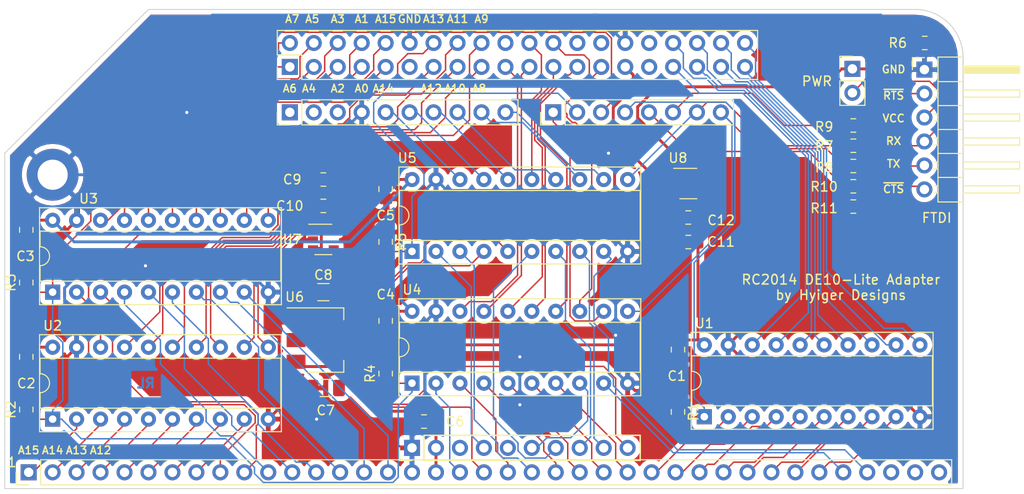
<source format=kicad_pcb>
(kicad_pcb (version 20171130) (host pcbnew "(5.1.2-1)-1")
  (layers (0 F.Cu mixed) (31 B.Cu mixed) (34 B.Paste user hide) (35 F.Paste user hide) (36 B.SilkS user hide) (37 F.SilkS user) (38 B.Mask user) (39 F.Mask user) (44 Edge.Cuts user))
  (net 0 "")
  (net 1 5V)
  (net 2 GND)
  (net 3 ~RD)
  (net 4 A0)
  (net 5 A3)
  (net 6 A4)
  (net 7 D7)
  (net 8 D6)
  (net 9 D5)
  (net 10 D4)
  (net 11 D3)
  (net 12 D2)
  (net 13 D1)
  (net 14 D0)
  (net 15 ~IORQ)
  (net 16 ~WR)
  (net 17 ~MREQ)
  (net 18 ~INT)
  (net 19 CLK)
  (net 20 ~RESET)
  (net 21 ~M1)
  (net 22 A1)
  (net 23 A2)
  (net 24 A5)
  (net 25 A6)
  (net 26 A7)
  (net 27 A8)
  (net 28 A9)
  (net 29 A10)
  (net 30 A11)
  (net 31 A12)
  (net 32 A13)
  (net 33 A14)
  (net 34 A15)
  (net 35 ~NMI)
  (net 36 ~WAIT)
  (net 37 ~BUSRQ)
  (net 38 ~HALT)
  (net 39 ~BUSACK)
  (net 40 +3V3)
  (net 41 3V3)
  (net 42 ~INTF)
  (net 43 ~WAITF)
  (net 44 D7F)
  (net 45 D3F)
  (net 46 D6F)
  (net 47 D2F)
  (net 48 D5F)
  (net 49 D1F)
  (net 50 D4F)
  (net 51 D0F)
  (net 52 3V3F)
  (net 53 A0F)
  (net 54 A8F)
  (net 55 A1F)
  (net 56 A9F)
  (net 57 A2F)
  (net 58 A10F)
  (net 59 A3F)
  (net 60 A11F)
  (net 61 A4F)
  (net 62 A12F)
  (net 63 A5F)
  (net 64 A13F)
  (net 65 A6F)
  (net 66 A14F)
  (net 67 A7F)
  (net 68 A15F)
  (net 69 ~NMIF)
  (net 70 ~RDF)
  (net 71 ~BUSRQF)
  (net 72 ~WRF)
  (net 73 ~HALTF)
  (net 74 ~MREQF)
  (net 75 ~BUSACKF)
  (net 76 CLKF)
  (net 77 ~IORQF)
  (net 78 ~M1F)
  (net 79 ~RESETF)
  (net 80 PAGEF)
  (net 81 TxF)
  (net 82 RxF)
  (net 83 Rx)
  (net 84 Tx)
  (net 85 PAGE)
  (net 86 DIR)
  (net 87 ~RTSF)
  (net 88 ~CTSF)
  (net 89 "Net-(J7-Pad6)")
  (net 90 "Net-(J7-Pad5)")
  (net 91 "Net-(J7-Pad4)")
  (net 92 "Net-(J7-Pad3)")
  (net 93 "Net-(J7-Pad2)")
  (net 94 ~DBC)
  (net 95 ~DIR)
  (module Resistor_SMD:R_0805_2012Metric_Pad1.15x1.40mm_HandSolder (layer F.Cu) (at 115.824 101.346 270)
    (fp_text reference R5 (at 0 -1.65 90) (layer F.SilkS))
    (fp_text value 10K)
    (pad 2 smd roundrect (at 1.025 0 270) (size 1.15 1.4) (layers F.Cu F.Paste F.Mask) (roundrect_rratio 0.217391) (net 95 ~DIR))
    (pad 1 smd roundrect (at -1.025 0 270) (size 1.15 1.4) (layers F.Cu F.Paste F.Mask) (roundrect_rratio 0.217391) (net 2 GND))
  )
  (module Resistor_SMD:R_0805_2012Metric_Pad1.15x1.40mm_HandSolder (layer F.Cu) (at 146.812 119.38 270)
    (fp_text reference R1 (at 0 -1.65 90) (layer F.SilkS))
    (fp_text value 10K)
    (pad 2 smd roundrect (at 1.025 0 270) (size 1.15 1.4) (layers F.Cu F.Paste F.Mask) (roundrect_rratio 0.217391) (net 94 ~DBC))
    (pad 1 smd roundrect (at -1.025 0 270) (size 1.15 1.4) (layers F.Cu F.Paste F.Mask) (roundrect_rratio 0.217391) (net 2 GND))
  )
  (module Resistor_SMD:R_0805_2012Metric_Pad1.15x1.40mm_HandSolder (layer F.Cu) (at 115.824 115.316 90)
    (fp_text reference R4 (at 0 -1.65 90) (layer F.SilkS))
    (fp_text value 10K)
    (pad 2 smd roundrect (at 1.025 0 90) (size 1.15 1.4) (layers F.Cu F.Paste F.Mask) (roundrect_rratio 0.217391) (net 40 +3V3))
    (pad 1 smd roundrect (at -1.025 0 90) (size 1.15 1.4) (layers F.Cu F.Paste F.Mask) (roundrect_rratio 0.217391) (net 86 DIR))
  )
  (module Resistor_SMD:R_0805_2012Metric_Pad1.15x1.40mm_HandSolder (layer F.Cu) (at 77.724 105.664 90)
    (fp_text reference R3 (at 0 -1.65 90) (layer F.SilkS))
    (fp_text value 10K)
    (pad 2 smd roundrect (at 1.025 0 90) (size 1.15 1.4) (layers F.Cu F.Paste F.Mask) (roundrect_rratio 0.217391) (net 40 +3V3))
    (pad 1 smd roundrect (at -1.025 0 90) (size 1.15 1.4) (layers F.Cu F.Paste F.Mask) (roundrect_rratio 0.217391) (net 86 DIR))
  )
  (module Resistor_SMD:R_0805_2012Metric_Pad1.15x1.40mm_HandSolder (layer F.Cu) (at 77.724 119.126 90)
    (fp_text reference R2 (at 0 -1.65 90) (layer F.SilkS))
    (fp_text value 10K)
    (pad 2 smd roundrect (at 1.025 0 90) (size 1.15 1.4) (layers F.Cu F.Paste F.Mask) (roundrect_rratio 0.217391) (net 40 +3V3))
    (pad 1 smd roundrect (at -1.025 0 90) (size 1.15 1.4) (layers F.Cu F.Paste F.Mask) (roundrect_rratio 0.217391) (net 86 DIR))
  )
  (module Connector_PinHeader_2.54mm:PinHeader_1x39_P2.54mm_Vertical (layer F.Cu) (at 77.978 125.7808 90)
    (fp_text reference J4 hide)
    (fp_text value "Z80 Bus")
    (pad 39 thru_hole oval (at 0 96.52 90) (size 1.7 1.7) (drill 1) (layers *.Cu *.Mask))
    (pad 38 thru_hole oval (at 0 93.98 90) (size 1.7 1.7) (drill 1) (layers *.Cu *.Mask))
    (pad 37 thru_hole oval (at 0 91.44 90) (size 1.7 1.7) (drill 1) (layers *.Cu *.Mask))
    (pad 36 thru_hole oval (at 0 88.9 90) (size 1.7 1.7) (drill 1) (layers *.Cu *.Mask) (net 83 Rx))
    (pad 35 thru_hole oval (at 0 86.36 90) (size 1.7 1.7) (drill 1) (layers *.Cu *.Mask) (net 84 Tx))
    (pad 34 thru_hole oval (at 0 83.82 90) (size 1.7 1.7) (drill 1) (layers *.Cu *.Mask) (net 7 D7))
    (pad 33 thru_hole oval (at 0 81.28 90) (size 1.7 1.7) (drill 1) (layers *.Cu *.Mask) (net 8 D6))
    (pad 32 thru_hole oval (at 0 78.74 90) (size 1.7 1.7) (drill 1) (layers *.Cu *.Mask) (net 9 D5))
    (pad 31 thru_hole oval (at 0 76.2 90) (size 1.7 1.7) (drill 1) (layers *.Cu *.Mask) (net 10 D4))
    (pad 30 thru_hole oval (at 0 73.66 90) (size 1.7 1.7) (drill 1) (layers *.Cu *.Mask) (net 11 D3))
    (pad 29 thru_hole oval (at 0 71.12 90) (size 1.7 1.7) (drill 1) (layers *.Cu *.Mask) (net 12 D2))
    (pad 28 thru_hole oval (at 0 68.58 90) (size 1.7 1.7) (drill 1) (layers *.Cu *.Mask) (net 13 D1))
    (pad 27 thru_hole oval (at 0 66.04 90) (size 1.7 1.7) (drill 1) (layers *.Cu *.Mask) (net 14 D0))
    (pad 26 thru_hole oval (at 0 63.5 90) (size 1.7 1.7) (drill 1) (layers *.Cu *.Mask) (net 15 ~IORQ))
    (pad 25 thru_hole oval (at 0 60.96 90) (size 1.7 1.7) (drill 1) (layers *.Cu *.Mask) (net 3 ~RD))
    (pad 24 thru_hole oval (at 0 58.42 90) (size 1.7 1.7) (drill 1) (layers *.Cu *.Mask) (net 16 ~WR))
    (pad 23 thru_hole oval (at 0 55.88 90) (size 1.7 1.7) (drill 1) (layers *.Cu *.Mask) (net 17 ~MREQ))
    (pad 22 thru_hole oval (at 0 53.34 90) (size 1.7 1.7) (drill 1) (layers *.Cu *.Mask) (net 18 ~INT))
    (pad 21 thru_hole oval (at 0 50.8 90) (size 1.7 1.7) (drill 1) (layers *.Cu *.Mask) (net 19 CLK))
    (pad 20 thru_hole oval (at 0 48.26 90) (size 1.7 1.7) (drill 1) (layers *.Cu *.Mask) (net 20 ~RESET))
    (pad 19 thru_hole oval (at 0 45.72 90) (size 1.7 1.7) (drill 1) (layers *.Cu *.Mask) (net 21 ~M1))
    (pad 18 thru_hole oval (at 0 43.18 90) (size 1.7 1.7) (drill 1) (layers *.Cu *.Mask) (net 1 5V))
    (pad 17 thru_hole oval (at 0 40.64 90) (size 1.7 1.7) (drill 1) (layers *.Cu *.Mask) (net 2 GND))
    (pad 16 thru_hole oval (at 0 38.1 90) (size 1.7 1.7) (drill 1) (layers *.Cu *.Mask) (net 4 A0))
    (pad 15 thru_hole oval (at 0 35.56 90) (size 1.7 1.7) (drill 1) (layers *.Cu *.Mask) (net 22 A1))
    (pad 14 thru_hole oval (at 0 33.02 90) (size 1.7 1.7) (drill 1) (layers *.Cu *.Mask) (net 23 A2))
    (pad 13 thru_hole oval (at 0 30.48 90) (size 1.7 1.7) (drill 1) (layers *.Cu *.Mask) (net 5 A3))
    (pad 12 thru_hole oval (at 0 27.94 90) (size 1.7 1.7) (drill 1) (layers *.Cu *.Mask) (net 6 A4))
    (pad 11 thru_hole oval (at 0 25.4 90) (size 1.7 1.7) (drill 1) (layers *.Cu *.Mask) (net 24 A5))
    (pad 10 thru_hole oval (at 0 22.86 90) (size 1.7 1.7) (drill 1) (layers *.Cu *.Mask) (net 25 A6))
    (pad 9 thru_hole oval (at 0 20.32 90) (size 1.7 1.7) (drill 1) (layers *.Cu *.Mask) (net 26 A7))
    (pad 8 thru_hole oval (at 0 17.78 90) (size 1.7 1.7) (drill 1) (layers *.Cu *.Mask) (net 27 A8))
    (pad 7 thru_hole oval (at 0 15.24 90) (size 1.7 1.7) (drill 1) (layers *.Cu *.Mask) (net 28 A9))
    (pad 6 thru_hole oval (at 0 12.7 90) (size 1.7 1.7) (drill 1) (layers *.Cu *.Mask) (net 29 A10))
    (pad 5 thru_hole oval (at 0 10.16 90) (size 1.7 1.7) (drill 1) (layers *.Cu *.Mask) (net 30 A11))
    (pad 4 thru_hole oval (at 0 7.62 90) (size 1.7 1.7) (drill 1) (layers *.Cu *.Mask) (net 31 A12))
    (pad 3 thru_hole oval (at 0 5.08 90) (size 1.7 1.7) (drill 1) (layers *.Cu *.Mask) (net 32 A13))
    (pad 2 thru_hole oval (at 0 2.54 90) (size 1.7 1.7) (drill 1) (layers *.Cu *.Mask) (net 33 A14))
    (pad 1 thru_hole rect (at 0 0 90) (size 1.7 1.7) (drill 1) (layers *.Cu *.Mask) (net 34 A15))
  )
  (module Resistor_SMD:R_0805_2012Metric_Pad1.15x1.40mm_HandSolder (layer F.Cu) (at 165.406 97.608 180)
    (fp_text reference R11 (at 3.1 -0.182) (layer F.SilkS))
    (fp_text value 100K)
    (pad 2 smd roundrect (at 1.025 0 180) (size 1.15 1.4) (layers F.Cu F.Paste F.Mask) (roundrect_rratio 0.217391) (net 2 GND))
    (pad 1 smd roundrect (at -1.025 0 180) (size 1.15 1.4) (layers F.Cu F.Paste F.Mask) (roundrect_rratio 0.217391) (net 89 "Net-(J7-Pad6)"))
  )
  (module Resistor_SMD:R_0805_2012Metric_Pad1.15x1.40mm_HandSolder (layer F.Cu) (at 172.974 80.264)
    (fp_text reference R6 (at -2.858 0.002) (layer F.SilkS))
    (fp_text value 100K)
    (pad 2 smd roundrect (at 1.025 0) (size 1.15 1.4) (layers F.Cu F.Paste F.Mask) (roundrect_rratio 0.217391) (net 91 "Net-(J7-Pad4)"))
    (pad 1 smd roundrect (at -1.025 0) (size 1.15 1.4) (layers F.Cu F.Paste F.Mask) (roundrect_rratio 0.217391) (net 40 +3V3))
  )
  (module Resistor_SMD:R_0805_2012Metric_Pad1.15x1.40mm_HandSolder (layer F.Cu) (at 165.406 95.458)
    (fp_text reference R10 (at -3.1 0.046) (layer F.SilkS))
    (fp_text value 2k2)
    (pad 2 smd roundrect (at 1.025 0) (size 1.15 1.4) (layers F.Cu F.Paste F.Mask) (roundrect_rratio 0.217391) (net 89 "Net-(J7-Pad6)"))
    (pad 1 smd roundrect (at -1.025 0) (size 1.15 1.4) (layers F.Cu F.Paste F.Mask) (roundrect_rratio 0.217391) (net 88 ~CTSF))
  )
  (module Resistor_SMD:R_0805_2012Metric_Pad1.15x1.40mm_HandSolder (layer F.Cu) (at 165.406 89.008)
    (fp_text reference R9 (at -3.1 0.146) (layer F.SilkS))
    (fp_text value 2k2)
    (pad 2 smd roundrect (at 1.025 0) (size 1.15 1.4) (layers F.Cu F.Paste F.Mask) (roundrect_rratio 0.217391) (net 93 "Net-(J7-Pad2)"))
    (pad 1 smd roundrect (at -1.025 0) (size 1.15 1.4) (layers F.Cu F.Paste F.Mask) (roundrect_rratio 0.217391) (net 87 ~RTSF))
  )
  (module Resistor_SMD:R_0805_2012Metric_Pad1.15x1.40mm_HandSolder (layer F.Cu) (at 165.406 93.308)
    (fp_text reference R8 (at -3.1 0.164) (layer F.SilkS))
    (fp_text value 2k2)
    (pad 2 smd roundrect (at 1.025 0) (size 1.15 1.4) (layers F.Cu F.Paste F.Mask) (roundrect_rratio 0.217391) (net 90 "Net-(J7-Pad5)"))
    (pad 1 smd roundrect (at -1.025 0) (size 1.15 1.4) (layers F.Cu F.Paste F.Mask) (roundrect_rratio 0.217391) (net 81 TxF))
  )
  (module Resistor_SMD:R_0805_2012Metric_Pad1.15x1.40mm_HandSolder (layer F.Cu) (at 165.406 91.158)
    (fp_text reference R7 (at -3.1 0.028) (layer F.SilkS))
    (fp_text value 2k2)
    (pad 2 smd roundrect (at 1.025 0) (size 1.15 1.4) (layers F.Cu F.Paste F.Mask) (roundrect_rratio 0.217391) (net 91 "Net-(J7-Pad4)"))
    (pad 1 smd roundrect (at -1.025 0) (size 1.15 1.4) (layers F.Cu F.Paste F.Mask) (roundrect_rratio 0.217391) (net 82 RxF))
  )
  (module Connector_PinHeader_2.54mm:PinHeader_1x02_P2.54mm_Vertical (layer F.Cu) (at 165.306 83.008)
    (fp_text reference JP1 hide)
    (fp_text value Jumper)
    (pad 2 thru_hole oval (at 0 2.54) (size 1.7 1.7) (drill 1) (layers *.Cu *.Mask) (net 92 "Net-(J7-Pad3)"))
    (pad 1 thru_hole rect (at 0 0) (size 1.7 1.7) (drill 1) (layers *.Cu *.Mask) (net 40 +3V3))
  )
  (module Connector_PinHeader_2.54mm:PinHeader_1x06_P2.54mm_Horizontal (layer F.Cu) (at 172.938 83.088)
    (fp_text reference J7 hide)
    (fp_text value FTDI)
    (pad 6 thru_hole oval (at 0 12.7) (size 1.7 1.7) (drill 1) (layers *.Cu *.Mask) (net 89 "Net-(J7-Pad6)"))
    (pad 5 thru_hole oval (at 0 10.16) (size 1.7 1.7) (drill 1) (layers *.Cu *.Mask) (net 90 "Net-(J7-Pad5)"))
    (pad 4 thru_hole oval (at 0 7.62) (size 1.7 1.7) (drill 1) (layers *.Cu *.Mask) (net 91 "Net-(J7-Pad4)"))
    (pad 3 thru_hole oval (at 0 5.08) (size 1.7 1.7) (drill 1) (layers *.Cu *.Mask) (net 92 "Net-(J7-Pad3)"))
    (pad 2 thru_hole oval (at 0 2.54) (size 1.7 1.7) (drill 1) (layers *.Cu *.Mask) (net 93 "Net-(J7-Pad2)"))
    (pad 1 thru_hole rect (at 0 0) (size 1.7 1.7) (drill 1) (layers *.Cu *.Mask) (net 2 GND))
  )
  (module Capacitor_SMD:C_0805_2012Metric_Pad1.15x1.40mm_HandSolder (layer F.Cu) (at 77.724 100.076 90)
    (fp_text reference C3 (at -2.794 -0.086 180) (layer F.SilkS))
    (fp_text value 100nF)
    (pad 2 smd roundrect (at 1.025 0 90) (size 1.15 1.4) (layers F.Cu F.Paste F.Mask) (roundrect_rratio 0.217391) (net 40 +3V3))
    (pad 1 smd roundrect (at -1.025 0 90) (size 1.15 1.4) (layers F.Cu F.Paste F.Mask) (roundrect_rratio 0.217391) (net 2 GND))
  )
  (module Connector_PinHeader_2.54mm:PinHeader_2x20_P2.54mm_Vertical (layer F.Cu) (at 105.664 82.804 90)
    (fp_text reference J1 hide)
    (fp_text value Conn_02x20_Odd_Even)
    (pad 40 thru_hole oval (at 2.54 48.26 90) (size 1.7 1.7) (drill 1) (layers *.Cu *.Mask) (net 44 D7F))
    (pad 39 thru_hole oval (at 0 48.26 90) (size 1.7 1.7) (drill 1) (layers *.Cu *.Mask) (net 46 D6F))
    (pad 38 thru_hole oval (at 2.54 45.72 90) (size 1.7 1.7) (drill 1) (layers *.Cu *.Mask) (net 48 D5F))
    (pad 37 thru_hole oval (at 0 45.72 90) (size 1.7 1.7) (drill 1) (layers *.Cu *.Mask) (net 50 D4F))
    (pad 36 thru_hole oval (at 2.54 43.18 90) (size 1.7 1.7) (drill 1) (layers *.Cu *.Mask) (net 45 D3F))
    (pad 35 thru_hole oval (at 0 43.18 90) (size 1.7 1.7) (drill 1) (layers *.Cu *.Mask) (net 47 D2F))
    (pad 34 thru_hole oval (at 2.54 40.64 90) (size 1.7 1.7) (drill 1) (layers *.Cu *.Mask) (net 49 D1F))
    (pad 33 thru_hole oval (at 0 40.64 90) (size 1.7 1.7) (drill 1) (layers *.Cu *.Mask) (net 51 D0F))
    (pad 32 thru_hole oval (at 2.54 38.1 90) (size 1.7 1.7) (drill 1) (layers *.Cu *.Mask))
    (pad 31 thru_hole oval (at 0 38.1 90) (size 1.7 1.7) (drill 1) (layers *.Cu *.Mask))
    (pad 30 thru_hole oval (at 2.54 35.56 90) (size 1.7 1.7) (drill 1) (layers *.Cu *.Mask) (net 2 GND))
    (pad 29 thru_hole oval (at 0 35.56 90) (size 1.7 1.7) (drill 1) (layers *.Cu *.Mask) (net 52 3V3F))
    (pad 28 thru_hole oval (at 2.54 33.02 90) (size 1.7 1.7) (drill 1) (layers *.Cu *.Mask))
    (pad 27 thru_hole oval (at 0 33.02 90) (size 1.7 1.7) (drill 1) (layers *.Cu *.Mask) (net 77 ~IORQF))
    (pad 26 thru_hole oval (at 2.54 30.48 90) (size 1.7 1.7) (drill 1) (layers *.Cu *.Mask))
    (pad 25 thru_hole oval (at 0 30.48 90) (size 1.7 1.7) (drill 1) (layers *.Cu *.Mask) (net 72 ~WRF))
    (pad 24 thru_hole oval (at 2.54 27.94 90) (size 1.7 1.7) (drill 1) (layers *.Cu *.Mask) (net 70 ~RDF))
    (pad 23 thru_hole oval (at 0 27.94 90) (size 1.7 1.7) (drill 1) (layers *.Cu *.Mask) (net 74 ~MREQF))
    (pad 22 thru_hole oval (at 2.54 25.4 90) (size 1.7 1.7) (drill 1) (layers *.Cu *.Mask) (net 79 ~RESETF))
    (pad 21 thru_hole oval (at 0 25.4 90) (size 1.7 1.7) (drill 1) (layers *.Cu *.Mask) (net 76 CLKF))
    (pad 20 thru_hole oval (at 2.54 22.86 90) (size 1.7 1.7) (drill 1) (layers *.Cu *.Mask))
    (pad 19 thru_hole oval (at 0 22.86 90) (size 1.7 1.7) (drill 1) (layers *.Cu *.Mask) (net 78 ~M1F))
    (pad 18 thru_hole oval (at 2.54 20.32 90) (size 1.7 1.7) (drill 1) (layers *.Cu *.Mask) (net 56 A9F))
    (pad 17 thru_hole oval (at 0 20.32 90) (size 1.7 1.7) (drill 1) (layers *.Cu *.Mask) (net 54 A8F))
    (pad 16 thru_hole oval (at 2.54 17.78 90) (size 1.7 1.7) (drill 1) (layers *.Cu *.Mask) (net 60 A11F))
    (pad 15 thru_hole oval (at 0 17.78 90) (size 1.7 1.7) (drill 1) (layers *.Cu *.Mask) (net 58 A10F))
    (pad 14 thru_hole oval (at 2.54 15.24 90) (size 1.7 1.7) (drill 1) (layers *.Cu *.Mask) (net 64 A13F))
    (pad 13 thru_hole oval (at 0 15.24 90) (size 1.7 1.7) (drill 1) (layers *.Cu *.Mask) (net 62 A12F))
    (pad 12 thru_hole oval (at 2.54 12.7 90) (size 1.7 1.7) (drill 1) (layers *.Cu *.Mask) (net 2 GND))
    (pad 11 thru_hole oval (at 0 12.7 90) (size 1.7 1.7) (drill 1) (layers *.Cu *.Mask))
    (pad 10 thru_hole oval (at 2.54 10.16 90) (size 1.7 1.7) (drill 1) (layers *.Cu *.Mask) (net 68 A15F))
    (pad 9 thru_hole oval (at 0 10.16 90) (size 1.7 1.7) (drill 1) (layers *.Cu *.Mask) (net 66 A14F))
    (pad 8 thru_hole oval (at 2.54 7.62 90) (size 1.7 1.7) (drill 1) (layers *.Cu *.Mask) (net 55 A1F))
    (pad 7 thru_hole oval (at 0 7.62 90) (size 1.7 1.7) (drill 1) (layers *.Cu *.Mask) (net 53 A0F))
    (pad 6 thru_hole oval (at 2.54 5.08 90) (size 1.7 1.7) (drill 1) (layers *.Cu *.Mask) (net 59 A3F))
    (pad 5 thru_hole oval (at 0 5.08 90) (size 1.7 1.7) (drill 1) (layers *.Cu *.Mask) (net 57 A2F))
    (pad 4 thru_hole oval (at 2.54 2.54 90) (size 1.7 1.7) (drill 1) (layers *.Cu *.Mask) (net 63 A5F))
    (pad 3 thru_hole oval (at 0 2.54 90) (size 1.7 1.7) (drill 1) (layers *.Cu *.Mask) (net 61 A4F))
    (pad 2 thru_hole oval (at 2.54 0 90) (size 1.7 1.7) (drill 1) (layers *.Cu *.Mask) (net 67 A7F))
    (pad 1 thru_hole rect (at 0 0 90) (size 1.7 1.7) (drill 1) (layers *.Cu *.Mask) (net 65 A6F))
  )
  (module Capacitor_SMD:C_0805_2012Metric_Pad1.15x1.40mm_HandSolder (layer F.Cu) (at 115.824 95.758 90)
    (fp_text reference C5 (at -2.794 0 180) (layer F.SilkS))
    (fp_text value 100nF)
    (pad 2 smd roundrect (at 1.025 0 90) (size 1.15 1.4) (layers F.Cu F.Paste F.Mask) (roundrect_rratio 0.217391) (net 40 +3V3))
    (pad 1 smd roundrect (at -1.025 0 90) (size 1.15 1.4) (layers F.Cu F.Paste F.Mask) (roundrect_rratio 0.217391) (net 2 GND))
  )
  (module Capacitor_SMD:C_0805_2012Metric_Pad1.15x1.40mm_HandSolder (layer F.Cu) (at 115.824 109.728 90)
    (fp_text reference C4 (at 2.794 0 180) (layer F.SilkS))
    (fp_text value 100nF)
    (pad 2 smd roundrect (at 1.025 0 90) (size 1.15 1.4) (layers F.Cu F.Paste F.Mask) (roundrect_rratio 0.217391) (net 40 +3V3))
    (pad 1 smd roundrect (at -1.025 0 90) (size 1.15 1.4) (layers F.Cu F.Paste F.Mask) (roundrect_rratio 0.217391) (net 2 GND))
  )
  (module Capacitor_SMD:C_0805_2012Metric_Pad1.15x1.40mm_HandSolder (layer F.Cu) (at 146.812 112.776 90)
    (fp_text reference C1 (at -2.794 -0.126 180) (layer F.SilkS))
    (fp_text value 100nF)
    (pad 2 smd roundrect (at 1.025 0 90) (size 1.15 1.4) (layers F.Cu F.Paste F.Mask) (roundrect_rratio 0.217391) (net 40 +3V3))
    (pad 1 smd roundrect (at -1.025 0 90) (size 1.15 1.4) (layers F.Cu F.Paste F.Mask) (roundrect_rratio 0.217391) (net 2 GND))
  )
  (module Capacitor_SMD:C_0805_2012Metric_Pad1.15x1.40mm_HandSolder (layer F.Cu) (at 119.888 120.396)
    (fp_text reference C6 (at 3.302 0) (layer F.SilkS))
    (fp_text value 100nF)
    (pad 2 smd roundrect (at 1.025 0) (size 1.15 1.4) (layers F.Cu F.Paste F.Mask) (roundrect_rratio 0.217391) (net 1 5V))
    (pad 1 smd roundrect (at -1.025 0) (size 1.15 1.4) (layers F.Cu F.Paste F.Mask) (roundrect_rratio 0.217391) (net 2 GND))
  )
  (module Package_DIP:DIP-20_W7.62mm_Socket (layer F.Cu) (at 118.618 102.362 90)
    (fp_text reference U5 (at 9.906 -0.508 180) (layer F.SilkS))
    (fp_text value SN74LVC245A)
    (pad 20 thru_hole oval (at 7.62 0 90) (size 1.6 1.6) (drill 0.8) (layers *.Cu *.Mask) (net 40 +3V3))
    (pad 10 thru_hole oval (at 0 22.86 90) (size 1.6 1.6) (drill 0.8) (layers *.Cu *.Mask) (net 2 GND))
    (pad 19 thru_hole oval (at 7.62 2.54 90) (size 1.6 1.6) (drill 0.8) (layers *.Cu *.Mask) (net 2 GND))
    (pad 9 thru_hole oval (at 0 20.32 90) (size 1.6 1.6) (drill 0.8) (layers *.Cu *.Mask) (net 83 Rx))
    (pad 18 thru_hole oval (at 7.62 5.08 90) (size 1.6 1.6) (drill 0.8) (layers *.Cu *.Mask) (net 80 PAGEF))
    (pad 8 thru_hole oval (at 0 17.78 90) (size 1.6 1.6) (drill 0.8) (layers *.Cu *.Mask) (net 36 ~WAIT))
    (pad 17 thru_hole oval (at 7.62 7.62 90) (size 1.6 1.6) (drill 0.8) (layers *.Cu *.Mask) (net 42 ~INTF))
    (pad 7 thru_hole oval (at 0 15.24 90) (size 1.6 1.6) (drill 0.8) (layers *.Cu *.Mask) (net 37 ~BUSRQ))
    (pad 16 thru_hole oval (at 7.62 10.16 90) (size 1.6 1.6) (drill 0.8) (layers *.Cu *.Mask) (net 69 ~NMIF))
    (pad 6 thru_hole oval (at 0 12.7 90) (size 1.6 1.6) (drill 0.8) (layers *.Cu *.Mask) (net 38 ~HALT))
    (pad 15 thru_hole oval (at 7.62 12.7 90) (size 1.6 1.6) (drill 0.8) (layers *.Cu *.Mask) (net 79 ~RESETF))
    (pad 5 thru_hole oval (at 0 10.16 90) (size 1.6 1.6) (drill 0.8) (layers *.Cu *.Mask) (net 20 ~RESET))
    (pad 14 thru_hole oval (at 7.62 15.24 90) (size 1.6 1.6) (drill 0.8) (layers *.Cu *.Mask) (net 73 ~HALTF))
    (pad 4 thru_hole oval (at 0 7.62 90) (size 1.6 1.6) (drill 0.8) (layers *.Cu *.Mask) (net 35 ~NMI))
    (pad 13 thru_hole oval (at 7.62 17.78 90) (size 1.6 1.6) (drill 0.8) (layers *.Cu *.Mask) (net 71 ~BUSRQF))
    (pad 3 thru_hole oval (at 0 5.08 90) (size 1.6 1.6) (drill 0.8) (layers *.Cu *.Mask) (net 18 ~INT))
    (pad 12 thru_hole oval (at 7.62 20.32 90) (size 1.6 1.6) (drill 0.8) (layers *.Cu *.Mask) (net 43 ~WAITF))
    (pad 2 thru_hole oval (at 0 2.54 90) (size 1.6 1.6) (drill 0.8) (layers *.Cu *.Mask) (net 85 PAGE))
    (pad 11 thru_hole oval (at 7.62 22.86 90) (size 1.6 1.6) (drill 0.8) (layers *.Cu *.Mask) (net 82 RxF))
    (pad 1 thru_hole rect (at 0 0 90) (size 1.6 1.6) (drill 0.8) (layers *.Cu *.Mask) (net 95 ~DIR))
  )
  (module Connector_PinHeader_2.54mm:PinHeader_1x10_P2.54mm_Vertical (layer F.Cu) (at 105.664 87.616 90)
    (fp_text reference J2 hide)
    (fp_text value Conn_01x10_Male)
    (pad 10 thru_hole oval (at 0 22.86 90) (size 1.7 1.7) (drill 1) (layers *.Cu *.Mask) (net 43 ~WAITF))
    (pad 9 thru_hole oval (at 0 20.32 90) (size 1.7 1.7) (drill 1) (layers *.Cu *.Mask) (net 71 ~BUSRQF))
    (pad 8 thru_hole oval (at 0 17.78 90) (size 1.7 1.7) (drill 1) (layers *.Cu *.Mask) (net 73 ~HALTF))
    (pad 7 thru_hole oval (at 0 15.24 90) (size 1.7 1.7) (drill 1) (layers *.Cu *.Mask) (net 69 ~NMIF))
    (pad 6 thru_hole oval (at 0 12.7 90) (size 1.7 1.7) (drill 1) (layers *.Cu *.Mask) (net 42 ~INTF))
    (pad 5 thru_hole oval (at 0 10.16 90) (size 1.7 1.7) (drill 1) (layers *.Cu *.Mask) (net 80 PAGEF))
    (pad 4 thru_hole oval (at 0 7.62 90) (size 1.7 1.7) (drill 1) (layers *.Cu *.Mask) (net 2 GND))
    (pad 3 thru_hole oval (at 0 5.08 90) (size 1.7 1.7) (drill 1) (layers *.Cu *.Mask))
    (pad 2 thru_hole oval (at 0 2.54 90) (size 1.7 1.7) (drill 1) (layers *.Cu *.Mask))
    (pad 1 thru_hole rect (at 0 0 90) (size 1.7 1.7) (drill 1) (layers *.Cu *.Mask))
  )
  (module Package_TO_SOT_SMD:SOT-223-3_TabPin2 (layer F.Cu) (at 109.474 111.76)
    (fp_text reference U6 (at -3.302 -4.566) (layer F.SilkS))
    (fp_text value AZ1117-3.3)
    (pad 1 smd rect (at -3.15 -2.3) (size 2 1.5) (layers F.Cu F.Paste F.Mask) (net 2 GND))
    (pad 3 smd rect (at -3.15 2.3) (size 2 1.5) (layers F.Cu F.Paste F.Mask) (net 1 5V))
    (pad 2 smd rect (at -3.15 0) (size 2 1.5) (layers F.Cu F.Paste F.Mask) (net 41 3V3))
    (pad 2 smd rect (at 3.15 0) (size 2 3.8) (layers F.Cu F.Paste F.Mask) (net 41 3V3))
  )
  (module Package_TO_SOT_SMD:SOT-23-5 (layer F.Cu) (at 147.908 95.166)
    (fp_text reference U8 (at -1.096 -2.71) (layer F.SilkS))
    (fp_text value MAX40200AUK)
    (pad 5 smd rect (at 1.1 -0.95) (size 1.06 0.65) (layers F.Cu F.Paste F.Mask) (net 40 +3V3))
    (pad 4 smd rect (at 1.1 0.95) (size 1.06 0.65) (layers F.Cu F.Paste F.Mask))
    (pad 3 smd rect (at -1.1 0.95) (size 1.06 0.65) (layers F.Cu F.Paste F.Mask) (net 52 3V3F))
    (pad 2 smd rect (at -1.1 0) (size 1.06 0.65) (layers F.Cu F.Paste F.Mask) (net 2 GND))
    (pad 1 smd rect (at -1.1 -0.95) (size 1.06 0.65) (layers F.Cu F.Paste F.Mask) (net 52 3V3F))
  )
  (module Package_TO_SOT_SMD:SOT-23-5 (layer F.Cu) (at 109.22 101.092)
    (fp_text reference U7 (at -3.302 0) (layer F.SilkS))
    (fp_text value MAX40200AUK)
    (pad 5 smd rect (at 1.1 -0.95) (size 1.06 0.65) (layers F.Cu F.Paste F.Mask) (net 40 +3V3))
    (pad 4 smd rect (at 1.1 0.95) (size 1.06 0.65) (layers F.Cu F.Paste F.Mask))
    (pad 3 smd rect (at -1.1 0.95) (size 1.06 0.65) (layers F.Cu F.Paste F.Mask) (net 41 3V3))
    (pad 2 smd rect (at -1.1 0) (size 1.06 0.65) (layers F.Cu F.Paste F.Mask) (net 2 GND))
    (pad 1 smd rect (at -1.1 -0.95) (size 1.06 0.65) (layers F.Cu F.Paste F.Mask) (net 41 3V3))
  )
  (module Capacitor_SMD:C_0805_2012Metric_Pad1.15x1.40mm_HandSolder (layer F.Cu) (at 147.908 101.366)
    (fp_text reference C11 (at 3.476 -0.02) (layer F.SilkS))
    (fp_text value 100nF)
    (pad 2 smd roundrect (at 1.025 0) (size 1.15 1.4) (layers F.Cu F.Paste F.Mask) (roundrect_rratio 0.217391) (net 40 +3V3))
    (pad 1 smd roundrect (at -1.025 0) (size 1.15 1.4) (layers F.Cu F.Paste F.Mask) (roundrect_rratio 0.217391) (net 2 GND))
  )
  (module Capacitor_SMD:C_0805_2012Metric_Pad1.15x1.40mm_HandSolder (layer F.Cu) (at 147.908 98.766)
    (fp_text reference C12 (at 3.476 0.294) (layer F.SilkS))
    (fp_text value 1uF)
    (pad 2 smd roundrect (at 1.025 0) (size 1.15 1.4) (layers F.Cu F.Paste F.Mask) (roundrect_rratio 0.217391) (net 40 +3V3))
    (pad 1 smd roundrect (at -1.025 0) (size 1.15 1.4) (layers F.Cu F.Paste F.Mask) (roundrect_rratio 0.217391) (net 2 GND))
  )
  (module Capacitor_SMD:C_0805_2012Metric_Pad1.15x1.40mm_HandSolder (layer F.Cu) (at 109.22 97.536)
    (fp_text reference C10 (at -3.556 0) (layer F.SilkS))
    (fp_text value 1uF)
    (pad 2 smd roundrect (at 1.025 0) (size 1.15 1.4) (layers F.Cu F.Paste F.Mask) (roundrect_rratio 0.217391) (net 40 +3V3))
    (pad 1 smd roundrect (at -1.025 0) (size 1.15 1.4) (layers F.Cu F.Paste F.Mask) (roundrect_rratio 0.217391) (net 2 GND))
  )
  (module Capacitor_SMD:C_0805_2012Metric_Pad1.15x1.40mm_HandSolder (layer F.Cu) (at 109.22 94.742)
    (fp_text reference C9 (at -3.302 0) (layer F.SilkS))
    (fp_text value 100nF)
    (pad 2 smd roundrect (at 1.025 0) (size 1.15 1.4) (layers F.Cu F.Paste F.Mask) (roundrect_rratio 0.217391) (net 40 +3V3))
    (pad 1 smd roundrect (at -1.025 0) (size 1.15 1.4) (layers F.Cu F.Paste F.Mask) (roundrect_rratio 0.217391) (net 2 GND))
  )
  (module Package_DIP:DIP-20_W7.62mm_Socket (layer F.Cu) (at 80.518 120.142 90)
    (fp_text reference U2 (at 9.906 0 180) (layer F.SilkS))
    (fp_text value SN74LVC245A)
    (pad 20 thru_hole oval (at 7.62 0 90) (size 1.6 1.6) (drill 0.8) (layers *.Cu *.Mask) (net 40 +3V3))
    (pad 10 thru_hole oval (at 0 22.86 90) (size 1.6 1.6) (drill 0.8) (layers *.Cu *.Mask) (net 2 GND))
    (pad 19 thru_hole oval (at 7.62 2.54 90) (size 1.6 1.6) (drill 0.8) (layers *.Cu *.Mask) (net 2 GND))
    (pad 9 thru_hole oval (at 0 20.32 90) (size 1.6 1.6) (drill 0.8) (layers *.Cu *.Mask) (net 27 A8))
    (pad 18 thru_hole oval (at 7.62 5.08 90) (size 1.6 1.6) (drill 0.8) (layers *.Cu *.Mask) (net 68 A15F))
    (pad 8 thru_hole oval (at 0 17.78 90) (size 1.6 1.6) (drill 0.8) (layers *.Cu *.Mask) (net 28 A9))
    (pad 17 thru_hole oval (at 7.62 7.62 90) (size 1.6 1.6) (drill 0.8) (layers *.Cu *.Mask) (net 66 A14F))
    (pad 7 thru_hole oval (at 0 15.24 90) (size 1.6 1.6) (drill 0.8) (layers *.Cu *.Mask) (net 29 A10))
    (pad 16 thru_hole oval (at 7.62 10.16 90) (size 1.6 1.6) (drill 0.8) (layers *.Cu *.Mask) (net 64 A13F))
    (pad 6 thru_hole oval (at 0 12.7 90) (size 1.6 1.6) (drill 0.8) (layers *.Cu *.Mask) (net 30 A11))
    (pad 15 thru_hole oval (at 7.62 12.7 90) (size 1.6 1.6) (drill 0.8) (layers *.Cu *.Mask) (net 62 A12F))
    (pad 5 thru_hole oval (at 0 10.16 90) (size 1.6 1.6) (drill 0.8) (layers *.Cu *.Mask) (net 31 A12))
    (pad 14 thru_hole oval (at 7.62 15.24 90) (size 1.6 1.6) (drill 0.8) (layers *.Cu *.Mask) (net 60 A11F))
    (pad 4 thru_hole oval (at 0 7.62 90) (size 1.6 1.6) (drill 0.8) (layers *.Cu *.Mask) (net 32 A13))
    (pad 13 thru_hole oval (at 7.62 17.78 90) (size 1.6 1.6) (drill 0.8) (layers *.Cu *.Mask) (net 58 A10F))
    (pad 3 thru_hole oval (at 0 5.08 90) (size 1.6 1.6) (drill 0.8) (layers *.Cu *.Mask) (net 33 A14))
    (pad 12 thru_hole oval (at 7.62 20.32 90) (size 1.6 1.6) (drill 0.8) (layers *.Cu *.Mask) (net 56 A9F))
    (pad 2 thru_hole oval (at 0 2.54 90) (size 1.6 1.6) (drill 0.8) (layers *.Cu *.Mask) (net 34 A15))
    (pad 11 thru_hole oval (at 7.62 22.86 90) (size 1.6 1.6) (drill 0.8) (layers *.Cu *.Mask) (net 54 A8F))
    (pad 1 thru_hole rect (at 0 0 90) (size 1.6 1.6) (drill 0.8) (layers *.Cu *.Mask) (net 86 DIR))
  )
  (module Capacitor_SMD:C_1206_3216Metric (layer F.Cu) (at 109.22 106.68)
    (fp_text reference C8 (at 0 -1.82) (layer F.SilkS))
    (fp_text value 22uF)
    (pad 2 smd roundrect (at 1.4 0) (size 1.25 1.75) (layers F.Cu F.Paste F.Mask) (roundrect_rratio 0.2) (net 2 GND))
    (pad 1 smd roundrect (at -1.4 0) (size 1.25 1.75) (layers F.Cu F.Paste F.Mask) (roundrect_rratio 0.2) (net 41 3V3))
  )
  (module Capacitor_SMD:C_1206_3216Metric (layer F.Cu) (at 109.474 116.84 180)
    (fp_text reference C7 (at 0 -2.372) (layer F.SilkS))
    (fp_text value 10uF)
    (pad 2 smd roundrect (at 1.4 0 180) (size 1.25 1.75) (layers F.Cu F.Paste F.Mask) (roundrect_rratio 0.2) (net 2 GND))
    (pad 1 smd roundrect (at -1.4 0 180) (size 1.25 1.75) (layers F.Cu F.Paste F.Mask) (roundrect_rratio 0.2) (net 1 5V))
  )
  (module Package_DIP:DIP-20_W7.62mm_Socket (layer F.Cu) (at 149.606 119.888 90)
    (fp_text reference U1 (at 9.906 0 180) (layer F.SilkS))
    (fp_text value SN74LVC245A)
    (pad 20 thru_hole oval (at 7.62 0 90) (size 1.6 1.6) (drill 0.8) (layers *.Cu *.Mask) (net 40 +3V3))
    (pad 10 thru_hole oval (at 0 22.86 90) (size 1.6 1.6) (drill 0.8) (layers *.Cu *.Mask) (net 2 GND))
    (pad 19 thru_hole oval (at 7.62 2.54 90) (size 1.6 1.6) (drill 0.8) (layers *.Cu *.Mask) (net 2 GND))
    (pad 9 thru_hole oval (at 0 20.32 90) (size 1.6 1.6) (drill 0.8) (layers *.Cu *.Mask) (net 7 D7))
    (pad 18 thru_hole oval (at 7.62 5.08 90) (size 1.6 1.6) (drill 0.8) (layers *.Cu *.Mask) (net 51 D0F))
    (pad 8 thru_hole oval (at 0 17.78 90) (size 1.6 1.6) (drill 0.8) (layers *.Cu *.Mask) (net 8 D6))
    (pad 17 thru_hole oval (at 7.62 7.62 90) (size 1.6 1.6) (drill 0.8) (layers *.Cu *.Mask) (net 49 D1F))
    (pad 7 thru_hole oval (at 0 15.24 90) (size 1.6 1.6) (drill 0.8) (layers *.Cu *.Mask) (net 9 D5))
    (pad 16 thru_hole oval (at 7.62 10.16 90) (size 1.6 1.6) (drill 0.8) (layers *.Cu *.Mask) (net 47 D2F))
    (pad 6 thru_hole oval (at 0 12.7 90) (size 1.6 1.6) (drill 0.8) (layers *.Cu *.Mask) (net 10 D4))
    (pad 15 thru_hole oval (at 7.62 12.7 90) (size 1.6 1.6) (drill 0.8) (layers *.Cu *.Mask) (net 45 D3F))
    (pad 5 thru_hole oval (at 0 10.16 90) (size 1.6 1.6) (drill 0.8) (layers *.Cu *.Mask) (net 11 D3))
    (pad 14 thru_hole oval (at 7.62 15.24 90) (size 1.6 1.6) (drill 0.8) (layers *.Cu *.Mask) (net 50 D4F))
    (pad 4 thru_hole oval (at 0 7.62 90) (size 1.6 1.6) (drill 0.8) (layers *.Cu *.Mask) (net 12 D2))
    (pad 13 thru_hole oval (at 7.62 17.78 90) (size 1.6 1.6) (drill 0.8) (layers *.Cu *.Mask) (net 48 D5F))
    (pad 3 thru_hole oval (at 0 5.08 90) (size 1.6 1.6) (drill 0.8) (layers *.Cu *.Mask) (net 13 D1))
    (pad 12 thru_hole oval (at 7.62 20.32 90) (size 1.6 1.6) (drill 0.8) (layers *.Cu *.Mask) (net 46 D6F))
    (pad 2 thru_hole oval (at 0 2.54 90) (size 1.6 1.6) (drill 0.8) (layers *.Cu *.Mask) (net 14 D0))
    (pad 11 thru_hole oval (at 7.62 22.86 90) (size 1.6 1.6) (drill 0.8) (layers *.Cu *.Mask) (net 44 D7F))
    (pad 1 thru_hole rect (at 0 0 90) (size 1.6 1.6) (drill 0.8) (layers *.Cu *.Mask) (net 94 ~DBC))
  )
  (module Package_DIP:DIP-20_W7.62mm_Socket (layer F.Cu) (at 118.618 116.332 90)
    (fp_text reference U4 (at 9.906 0 180) (layer F.SilkS))
    (fp_text value SN74LVC245A)
    (pad 20 thru_hole oval (at 7.62 0 90) (size 1.6 1.6) (drill 0.8) (layers *.Cu *.Mask) (net 40 +3V3))
    (pad 10 thru_hole oval (at 0 22.86 90) (size 1.6 1.6) (drill 0.8) (layers *.Cu *.Mask) (net 2 GND))
    (pad 19 thru_hole oval (at 7.62 2.54 90) (size 1.6 1.6) (drill 0.8) (layers *.Cu *.Mask) (net 2 GND))
    (pad 9 thru_hole oval (at 0 20.32 90) (size 1.6 1.6) (drill 0.8) (layers *.Cu *.Mask) (net 84 Tx))
    (pad 18 thru_hole oval (at 7.62 5.08 90) (size 1.6 1.6) (drill 0.8) (layers *.Cu *.Mask) (net 78 ~M1F))
    (pad 8 thru_hole oval (at 0 17.78 90) (size 1.6 1.6) (drill 0.8) (layers *.Cu *.Mask) (net 39 ~BUSACK))
    (pad 17 thru_hole oval (at 7.62 7.62 90) (size 1.6 1.6) (drill 0.8) (layers *.Cu *.Mask) (net 76 CLKF))
    (pad 7 thru_hole oval (at 0 15.24 90) (size 1.6 1.6) (drill 0.8) (layers *.Cu *.Mask) (net 15 ~IORQ))
    (pad 16 thru_hole oval (at 7.62 10.16 90) (size 1.6 1.6) (drill 0.8) (layers *.Cu *.Mask) (net 74 ~MREQF))
    (pad 6 thru_hole oval (at 0 12.7 90) (size 1.6 1.6) (drill 0.8) (layers *.Cu *.Mask) (net 3 ~RD))
    (pad 15 thru_hole oval (at 7.62 12.7 90) (size 1.6 1.6) (drill 0.8) (layers *.Cu *.Mask) (net 72 ~WRF))
    (pad 5 thru_hole oval (at 0 10.16 90) (size 1.6 1.6) (drill 0.8) (layers *.Cu *.Mask) (net 16 ~WR))
    (pad 14 thru_hole oval (at 7.62 15.24 90) (size 1.6 1.6) (drill 0.8) (layers *.Cu *.Mask) (net 70 ~RDF))
    (pad 4 thru_hole oval (at 0 7.62 90) (size 1.6 1.6) (drill 0.8) (layers *.Cu *.Mask) (net 17 ~MREQ))
    (pad 13 thru_hole oval (at 7.62 17.78 90) (size 1.6 1.6) (drill 0.8) (layers *.Cu *.Mask) (net 77 ~IORQF))
    (pad 3 thru_hole oval (at 0 5.08 90) (size 1.6 1.6) (drill 0.8) (layers *.Cu *.Mask) (net 19 CLK))
    (pad 12 thru_hole oval (at 7.62 20.32 90) (size 1.6 1.6) (drill 0.8) (layers *.Cu *.Mask) (net 75 ~BUSACKF))
    (pad 2 thru_hole oval (at 0 2.54 90) (size 1.6 1.6) (drill 0.8) (layers *.Cu *.Mask) (net 21 ~M1))
    (pad 11 thru_hole oval (at 7.62 22.86 90) (size 1.6 1.6) (drill 0.8) (layers *.Cu *.Mask) (net 81 TxF))
    (pad 1 thru_hole rect (at 0 0 90) (size 1.6 1.6) (drill 0.8) (layers *.Cu *.Mask) (net 86 DIR))
  )
  (module Package_DIP:DIP-20_W7.62mm_Socket (layer F.Cu) (at 80.518 106.68 90)
    (fp_text reference U3 (at 9.906 3.81 180) (layer F.SilkS))
    (fp_text value SN74LVC245A)
    (pad 20 thru_hole oval (at 7.62 0 90) (size 1.6 1.6) (drill 0.8) (layers *.Cu *.Mask) (net 40 +3V3))
    (pad 10 thru_hole oval (at 0 22.86 90) (size 1.6 1.6) (drill 0.8) (layers *.Cu *.Mask) (net 2 GND))
    (pad 19 thru_hole oval (at 7.62 2.54 90) (size 1.6 1.6) (drill 0.8) (layers *.Cu *.Mask) (net 2 GND))
    (pad 9 thru_hole oval (at 0 20.32 90) (size 1.6 1.6) (drill 0.8) (layers *.Cu *.Mask) (net 4 A0))
    (pad 18 thru_hole oval (at 7.62 5.08 90) (size 1.6 1.6) (drill 0.8) (layers *.Cu *.Mask) (net 67 A7F))
    (pad 8 thru_hole oval (at 0 17.78 90) (size 1.6 1.6) (drill 0.8) (layers *.Cu *.Mask) (net 22 A1))
    (pad 17 thru_hole oval (at 7.62 7.62 90) (size 1.6 1.6) (drill 0.8) (layers *.Cu *.Mask) (net 65 A6F))
    (pad 7 thru_hole oval (at 0 15.24 90) (size 1.6 1.6) (drill 0.8) (layers *.Cu *.Mask) (net 23 A2))
    (pad 16 thru_hole oval (at 7.62 10.16 90) (size 1.6 1.6) (drill 0.8) (layers *.Cu *.Mask) (net 63 A5F))
    (pad 6 thru_hole oval (at 0 12.7 90) (size 1.6 1.6) (drill 0.8) (layers *.Cu *.Mask) (net 5 A3))
    (pad 15 thru_hole oval (at 7.62 12.7 90) (size 1.6 1.6) (drill 0.8) (layers *.Cu *.Mask) (net 61 A4F))
    (pad 5 thru_hole oval (at 0 10.16 90) (size 1.6 1.6) (drill 0.8) (layers *.Cu *.Mask) (net 6 A4))
    (pad 14 thru_hole oval (at 7.62 15.24 90) (size 1.6 1.6) (drill 0.8) (layers *.Cu *.Mask) (net 59 A3F))
    (pad 4 thru_hole oval (at 0 7.62 90) (size 1.6 1.6) (drill 0.8) (layers *.Cu *.Mask) (net 24 A5))
    (pad 13 thru_hole oval (at 7.62 17.78 90) (size 1.6 1.6) (drill 0.8) (layers *.Cu *.Mask) (net 57 A2F))
    (pad 3 thru_hole oval (at 0 5.08 90) (size 1.6 1.6) (drill 0.8) (layers *.Cu *.Mask) (net 25 A6))
    (pad 12 thru_hole oval (at 7.62 20.32 90) (size 1.6 1.6) (drill 0.8) (layers *.Cu *.Mask) (net 55 A1F))
    (pad 2 thru_hole oval (at 0 2.54 90) (size 1.6 1.6) (drill 0.8) (layers *.Cu *.Mask) (net 26 A7))
    (pad 11 thru_hole oval (at 7.62 22.86 90) (size 1.6 1.6) (drill 0.8) (layers *.Cu *.Mask) (net 53 A0F))
    (pad 1 thru_hole rect (at 0 0 90) (size 1.6 1.6) (drill 0.8) (layers *.Cu *.Mask) (net 86 DIR))
  )
  (module Connector_PinHeader_2.54mm:PinHeader_1x08_P2.54mm_Vertical (layer F.Cu) (at 133.584 87.616 90)
    (fp_text reference J3 hide)
    (fp_text value Conn_01x08_Male)
    (pad 8 thru_hole oval (at 0 17.78 90) (size 1.7 1.7) (drill 1) (layers *.Cu *.Mask) (net 81 TxF))
    (pad 7 thru_hole oval (at 0 15.24 90) (size 1.7 1.7) (drill 1) (layers *.Cu *.Mask) (net 82 RxF))
    (pad 6 thru_hole oval (at 0 12.7 90) (size 1.7 1.7) (drill 1) (layers *.Cu *.Mask) (net 87 ~RTSF))
    (pad 5 thru_hole oval (at 0 10.16 90) (size 1.7 1.7) (drill 1) (layers *.Cu *.Mask) (net 88 ~CTSF))
    (pad 4 thru_hole oval (at 0 7.62 90) (size 1.7 1.7) (drill 1) (layers *.Cu *.Mask) (net 94 ~DBC))
    (pad 3 thru_hole oval (at 0 5.08 90) (size 1.7 1.7) (drill 1) (layers *.Cu *.Mask) (net 86 DIR))
    (pad 2 thru_hole oval (at 0 2.54 90) (size 1.7 1.7) (drill 1) (layers *.Cu *.Mask) (net 95 ~DIR))
    (pad 1 thru_hole rect (at 0 0 90) (size 1.7 1.7) (drill 1) (layers *.Cu *.Mask) (net 75 ~BUSACKF))
  )
  (module Capacitor_SMD:C_0805_2012Metric_Pad1.15x1.40mm_HandSolder (layer F.Cu) (at 77.724 113.538 90)
    (fp_text reference C2 (at -2.818 0 180) (layer F.SilkS))
    (fp_text value 100nF)
    (pad 2 smd roundrect (at 1.025 0 90) (size 1.15 1.4) (layers F.Cu F.Paste F.Mask) (roundrect_rratio 0.217391) (net 40 +3V3))
    (pad 1 smd roundrect (at -1.025 0 90) (size 1.15 1.4) (layers F.Cu F.Paste F.Mask) (roundrect_rratio 0.217391) (net 2 GND))
  )
  (module Connector_PinHeader_2.54mm:PinHeader_1x10_P2.54mm_Vertical (layer F.Cu) (at 118.618 123.19 90)
    (fp_text reference J5 hide)
    (fp_text value "Pro Bus")
    (pad 10 thru_hole oval (at 0 22.86 90) (size 1.7 1.7) (drill 1) (layers *.Cu *.Mask) (net 35 ~NMI))
    (pad 9 thru_hole oval (at 0 20.32 90) (size 1.7 1.7) (drill 1) (layers *.Cu *.Mask) (net 36 ~WAIT))
    (pad 8 thru_hole oval (at 0 17.78 90) (size 1.7 1.7) (drill 1) (layers *.Cu *.Mask) (net 37 ~BUSRQ))
    (pad 7 thru_hole oval (at 0 15.24 90) (size 1.7 1.7) (drill 1) (layers *.Cu *.Mask) (net 38 ~HALT))
    (pad 6 thru_hole oval (at 0 12.7 90) (size 1.7 1.7) (drill 1) (layers *.Cu *.Mask) (net 39 ~BUSACK))
    (pad 5 thru_hole oval (at 0 10.16 90) (size 1.7 1.7) (drill 1) (layers *.Cu *.Mask))
    (pad 4 thru_hole oval (at 0 7.62 90) (size 1.7 1.7) (drill 1) (layers *.Cu *.Mask) (net 85 PAGE))
    (pad 3 thru_hole oval (at 0 5.08 90) (size 1.7 1.7) (drill 1) (layers *.Cu *.Mask))
    (pad 2 thru_hole oval (at 0 2.54 90) (size 1.7 1.7) (drill 1) (layers *.Cu *.Mask) (net 1 5V))
    (pad 1 thru_hole rect (at 0 0 90) (size 1.7 1.7) (drill 1) (layers *.Cu *.Mask) (net 2 GND))
  )
  (module MountingHole:MountingHole_3.2mm_M3_ISO14580_Pad (layer F.Cu) (at 80.518 94.234)
    (fp_text reference J6 hide)
    (fp_text value "M3 Mounting Hole")
    (pad 1 thru_hole circle (at 0 0) (size 5.5 5.5) (drill 3.2) (layers *.Cu *.Mask) (net 2 GND))
  )
  (gr_text A0 (at 113.284 85.09) (layer F.SilkS) (effects (font (size 0.8128 0.8128) (thickness 0.1524))))
  (gr_text A2 (at 110.744 85.09) (layer F.SilkS) (effects (font (size 0.8128 0.8128) (thickness 0.1524))))
  (gr_text A4 (at 107.696 85.09) (layer F.SilkS) (effects (font (size 0.8128 0.8128) (thickness 0.1524))))
  (gr_text A6 (at 105.664 85.09) (layer F.SilkS) (effects (font (size 0.8128 0.8128) (thickness 0.1524))))
  (gr_text GND (at 118.364 77.724) (layer F.SilkS) (effects (font (size 0.8128 0.8128) (thickness 0.1524))))
  (gr_text A1 (at 113.284 77.724) (layer F.SilkS) (effects (font (size 0.8128 0.8128) (thickness 0.1524))))
  (gr_text A3 (at 110.744 77.724) (layer F.SilkS) (effects (font (size 0.8128 0.8128) (thickness 0.1524))))
  (gr_text A5 (at 108.041923 77.724) (layer F.SilkS) (effects (font (size 0.8128 0.8128) (thickness 0.1524))))
  (gr_text A7 (at 105.918 77.724) (layer F.SilkS) (effects (font (size 0.8128 0.8128) (thickness 0.1524))))
  (gr_text A8 (at 125.73 85.09) (layer F.SilkS) (effects (font (size 0.8128 0.8128) (thickness 0.1524))))
  (gr_text A10 (at 123.19 85.09) (layer F.SilkS) (effects (font (size 0.8128 0.8128) (thickness 0.1524))))
  (gr_text A12 (at 120.65 85.09) (layer F.SilkS) (effects (font (size 0.8128 0.8128) (thickness 0.1524))))
  (gr_text A9 (at 125.984 77.724) (layer F.SilkS) (effects (font (size 0.8128 0.8128) (thickness 0.1524))))
  (gr_text A11 (at 123.444 77.724) (layer F.SilkS) (effects (font (size 0.8128 0.8128) (thickness 0.1524))))
  (gr_text A13 (at 120.904 77.724) (layer F.SilkS) (effects (font (size 0.8128 0.8128) (thickness 0.1524))))
  (gr_text A14 (at 115.57 85.09) (layer F.SilkS) (effects (font (size 0.8128 0.8128) (thickness 0.1524))))
  (gr_text A15 (at 115.824 77.724) (layer F.SilkS) (effects (font (size 0.8128 0.8128) (thickness 0.1524))))
  (gr_text A12 (at 85.598 123.444) (layer F.SilkS) (effects (font (size 0.8128 0.8128) (thickness 0.1524))))
  (gr_text A13 (at 83.058 123.444) (layer F.SilkS) (effects (font (size 0.8128 0.8128) (thickness 0.1524))))
  (gr_text A14 (at 80.518 123.444) (layer F.SilkS) (effects (font (size 0.8128 0.8128) (thickness 0.1524))))
  (gr_text A15 (at 77.978 123.444) (layer F.SilkS) (effects (font (size 0.8128 0.8128) (thickness 0.1524))))
  (gr_text ~CTS (at 169.672 95.758) (layer F.SilkS) (effects (font (size 0.8128 0.8128) (thickness 0.1524))))
  (gr_text TX (at 169.672 93.067378) (layer F.SilkS) (effects (font (size 0.8128 0.8128) (thickness 0.1524))))
  (gr_text RX (at 169.672 90.662252) (layer F.SilkS) (effects (font (size 0.8128 0.8128) (thickness 0.1524))))
  (gr_text VCC (at 169.672 88.257126) (layer F.SilkS) (effects (font (size 0.8128 0.8128) (thickness 0.1524))))
  (gr_text ~RTS (at 169.672 85.852) (layer F.SilkS) (effects (font (size 0.8128 0.8128) (thickness 0.1524))))
  (gr_text GND (at 169.672 83.058) (layer F.SilkS) (effects (font (size 0.8128 0.8128) (thickness 0.1524))))
  (gr_text PWR (at 161.544 84.328) (layer F.SilkS) (effects (font (size 1.016 1.016) (thickness 0.1524))))
  (gr_text FTDI (at 174.244 98.806) (layer F.SilkS) (effects (font (size 1.016 1.016) (thickness 0.1524))))
  (gr_text RL (at 90.424 116.332) (layer B.Cu) (effects (font (size 1.016 1.016) (thickness 0.254)) (justify mirror)))
  (gr_arc (start 171.958 81.788) (end 177.038 81.788) (angle -90) (layer Edge.Cuts) (width 0.1016))
  (gr_text 1 (at 76.2 124.714) (layer F.SilkS) (effects (font (size 1.016 1.016) (thickness 0.1524))))
  (gr_text "RC2014 DE10-Lite Adapter\nby Hyiger Designs" (at 164.084 106.172) (layer F.SilkS) (effects (font (size 1.016 1.016) (thickness 0.1524))))
  (gr_line (start 75.438 91.948) (end 90.678 76.708) (layer Edge.Cuts) (width 0.1))
  (gr_line (start 90.678 76.708) (end 171.958 76.708) (layer Edge.Cuts) (width 0.1))
  (gr_line (start 177.038 127.508) (end 75.438 127.508) (layer Edge.Cuts) (width 0.1))
  (gr_line (start 177.038 81.788) (end 177.038 127.508) (layer Edge.Cuts) (width 0.1016))
  (gr_line (start 75.438 127.508) (end 75.438 91.948) (layer Edge.Cuts) (width 0.1))
  (segment (start 121.158 125.7808) (end 121.158 123.19) (width 0.3048) (layer F.Cu) (net 1))
  (segment (start 106.832 114.568) (end 109.742 114.568) (width 0.3048) (layer F.Cu) (net 1))
  (segment (start 110.126 114.568) (end 109.742 114.568) (width 0.3048) (layer F.Cu) (net 1))
  (segment (start 112.29829 116.31229) (end 112.29829 115.76829) (width 0.3048) (layer F.Cu) (net 1))
  (segment (start 111.098 114.568) (end 109.398 114.568) (width 0.3048) (layer F.Cu) (net 1))
  (segment (start 112.29829 115.76829) (end 111.098 114.568) (width 0.3048) (layer F.Cu) (net 1))
  (segment (start 109.398 114.568) (end 108.864 114.568) (width 0.3048) (layer F.Cu) (net 1))
  (segment (start 109.742 114.568) (end 109.398 114.568) (width 0.3048) (layer F.Cu) (net 1))
  (segment (start 112.13029 116.14429) (end 112.29829 116.31229) (width 0.3048) (layer F.Cu) (net 1))
  (segment (start 111.56971 116.14429) (end 112.13029 116.14429) (width 0.3048) (layer F.Cu) (net 1))
  (segment (start 110.874 116.84) (end 111.56971 116.14429) (width 0.3048) (layer F.Cu) (net 1))
  (segment (start 121.158 123.19) (end 121.158 120.895) (width 0.3048) (layer F.Cu) (net 1))
  (segment (start 121.158 120.895) (end 119.566811 119.303811) (width 0.3048) (layer F.Cu) (net 1))
  (segment (start 114.629139 119.303811) (end 112.29829 116.972962) (width 0.3048) (layer F.Cu) (net 1))
  (segment (start 112.29829 116.972962) (end 112.29829 116.31229) (width 0.3048) (layer F.Cu) (net 1))
  (segment (start 119.566811 119.303811) (end 114.629139 119.303811) (width 0.3048) (layer F.Cu) (net 1))
  (segment (start 118.618 125.7808) (end 118.618 123.19) (width 0.3048) (layer F.Cu) (net 2))
  (segment (start 146.883 98.766) (end 146.883 101.366) (width 0.3048) (layer F.Cu) (net 2))
  (segment (start 104.177999 119.342001) (end 103.378 120.142) (width 0.3048) (layer F.Cu) (net 2))
  (segment (start 104.533601 118.986399) (end 104.177999 119.342001) (width 0.3048) (layer F.Cu) (net 2))
  (segment (start 103.378 107.81137) (end 104.533601 108.966971) (width 0.3048) (layer F.Cu) (net 2))
  (segment (start 103.378 106.68) (end 103.378 107.81137) (width 0.3048) (layer F.Cu) (net 2))
  (segment (start 106.666 94.234) (end 80.518 94.234) (width 0.3048) (layer B.Cu) (net 2))
  (segment (start 113.284 87.616) (end 106.666 94.234) (width 0.3048) (layer B.Cu) (net 2))
  (segment (start 107.941 97.282) (end 107.941 94.488) (width 0.3048) (layer F.Cu) (net 2))
  (segment (start 171.666001 119.088001) (end 172.466 119.888) (width 0.3048) (layer F.Cu) (net 2))
  (segment (start 168.91 116.332) (end 171.666001 119.088001) (width 0.3048) (layer F.Cu) (net 2))
  (segment (start 152.146 112.268) (end 156.21 116.332) (width 0.3048) (layer F.Cu) (net 2))
  (segment (start 156.464 116.332) (end 168.91 116.332) (width 0.3048) (layer F.Cu) (net 2))
  (segment (start 107.941 97.545) (end 107.941 97.282) (width 0.3048) (layer F.Cu) (net 2))
  (segment (start 82.813 112.522) (end 83.058 112.522) (width 0.3048) (layer F.Cu) (net 2))
  (segment (start 155.693 117.103) (end 156.464 116.332) (width 0.3048) (layer F.Cu) (net 2))
  (segment (start 147.066 117.103) (end 155.693 117.103) (width 0.3048) (layer F.Cu) (net 2))
  (segment (start 156.21 116.332) (end 156.464 116.332) (width 0.3048) (layer F.Cu) (net 2))
  (segment (start 106.324 109.626) (end 106.324 109.968) (width 0.3048) (layer F.Cu) (net 2))
  (segment (start 104.533601 108.966971) (end 104.533601 110.096399) (width 0.3048) (layer F.Cu) (net 2))
  (segment (start 142.249 117.103) (end 147.066 117.103) (width 0.3048) (layer F.Cu) (net 2))
  (segment (start 141.478 116.332) (end 142.249 117.103) (width 0.3048) (layer F.Cu) (net 2))
  (segment (start 83.058 108.966) (end 81.788 107.696) (width 0.3048) (layer B.Cu) (net 2))
  (segment (start 83.058 112.522) (end 83.058 108.966) (width 0.3048) (layer B.Cu) (net 2))
  (segment (start 81.788 107.188) (end 81.788 106.400798) (width 0.3048) (layer B.Cu) (net 2))
  (segment (start 81.788 107.696) (end 81.788 107.188) (width 0.3048) (layer B.Cu) (net 2))
  (segment (start 140.374001 79.414001) (end 141.224 80.264) (width 0.3048) (layer B.Cu) (net 2))
  (segment (start 138.268 77.308) (end 140.374001 79.414001) (width 0.3048) (layer B.Cu) (net 2))
  (segment (start 118.338 77.308) (end 123.138 77.308) (width 0.3048) (layer B.Cu) (net 2))
  (segment (start 80.518 94.234) (end 97.444 77.308) (width 0.3048) (layer B.Cu) (net 2))
  (segment (start 121.32 77.308) (end 123.138 77.308) (width 0.3048) (layer B.Cu) (net 2))
  (segment (start 118.338 79.035919) (end 118.338 77.308) (width 0.3048) (layer B.Cu) (net 2))
  (segment (start 118.364 79.061919) (end 118.338 79.035919) (width 0.3048) (layer B.Cu) (net 2))
  (segment (start 118.364 80.264) (end 118.364 79.061919) (width 0.3048) (layer B.Cu) (net 2))
  (segment (start 97.444 77.308) (end 118.338 77.308) (width 0.3048) (layer B.Cu) (net 2))
  (segment (start 104.533601 110.096399) (end 104.533601 118.986399) (width 0.3048) (layer F.Cu) (net 2))
  (segment (start 103.378 106.590999) (end 103.378 106.68) (width 0.3048) (layer B.Cu) (net 2))
  (segment (start 100.673001 103.886) (end 103.378 106.590999) (width 0.3048) (layer B.Cu) (net 2))
  (segment (start 81.788 106.23971) (end 84.14171 103.886) (width 0.3048) (layer B.Cu) (net 2))
  (segment (start 81.788 107.188) (end 81.788 106.23971) (width 0.3048) (layer B.Cu) (net 2))
  (segment (start 90.36 103.886) (end 100.673001 103.886) (width 0.3048) (layer B.Cu) (net 2))
  (via (at 90.36 103.886) (size 0.6858) (drill 0.3302) (layers F.Cu B.Cu) (net 2))
  (segment (start 103.378 120.142) (end 108.504 120.142) (width 0.3048) (layer F.Cu) (net 2))
  (segment (start 152.146 111.875) (end 152.146 112.268) (width 0.3048) (layer F.Cu) (net 2))
  (segment (start 168.3128 77.308) (end 137.838 77.308) (width 0.3048) (layer B.Cu) (net 2))
  (segment (start 172.938 81.9332) (end 168.3128 77.308) (width 0.3048) (layer B.Cu) (net 2))
  (segment (start 137.838 77.308) (end 138.268 77.308) (width 0.3048) (layer B.Cu) (net 2))
  (segment (start 172.938 83.088) (end 172.938 81.9332) (width 0.3048) (layer B.Cu) (net 2))
  (segment (start 123.138 77.308) (end 137.838 77.308) (width 0.3048) (layer B.Cu) (net 2))
  (segment (start 145.887 102.362) (end 146.883 101.366) (width 0.3048) (layer F.Cu) (net 2))
  (segment (start 141.478 102.362) (end 145.887 102.362) (width 0.3048) (layer F.Cu) (net 2))
  (segment (start 146.208 98.766) (end 145.438 97.996) (width 0.3048) (layer F.Cu) (net 2))
  (segment (start 146.883 98.766) (end 146.208 98.766) (width 0.3048) (layer F.Cu) (net 2))
  (segment (start 145.438 95.7012) (end 145.9732 95.166) (width 0.3048) (layer F.Cu) (net 2))
  (segment (start 145.9732 95.166) (end 146.808 95.166) (width 0.3048) (layer F.Cu) (net 2))
  (segment (start 145.438 97.996) (end 145.438 95.7012) (width 0.3048) (layer F.Cu) (net 2))
  (segment (start 108.504 120.142) (end 108.836 120.142) (width 0.3048) (layer F.Cu) (net 2))
  (via (at 108.504 120.142) (size 0.6858) (drill 0.3302) (layers F.Cu B.Cu) (net 2))
  (segment (start 140.678001 103.161999) (end 141.478 102.362) (width 0.3048) (layer B.Cu) (net 2))
  (segment (start 140.208 103.632) (end 140.678001 103.161999) (width 0.3048) (layer B.Cu) (net 2))
  (segment (start 140.208 115.062) (end 140.208 111.252) (width 0.3048) (layer B.Cu) (net 2))
  (segment (start 141.478 116.332) (end 140.208 115.062) (width 0.3048) (layer B.Cu) (net 2))
  (segment (start 140.208 111.252) (end 140.208 103.632) (width 0.3048) (layer B.Cu) (net 2))
  (via (at 140.208 111.252) (size 0.6858) (drill 0.3302) (layers F.Cu B.Cu) (net 2))
  (segment (start 104.634 109.968) (end 104.533601 109.867601) (width 0.3048) (layer F.Cu) (net 2))
  (segment (start 104.533601 109.867601) (end 104.533601 110.096399) (width 0.3048) (layer F.Cu) (net 2))
  (segment (start 106.324 109.968) (end 104.634 109.968) (width 0.3048) (layer F.Cu) (net 2))
  (segment (start 106.324 109.708) (end 106.574 109.708) (width 0.3048) (layer F.Cu) (net 2))
  (segment (start 164.381 100.033) (end 152.146 112.268) (width 0.3048) (layer F.Cu) (net 2))
  (segment (start 164.381 97.608) (end 164.381 100.033) (width 0.3048) (layer F.Cu) (net 2))
  (segment (start 118.863 120.65) (end 110.23 120.65) (width 0.3048) (layer F.Cu) (net 2))
  (segment (start 110.23 120.65) (end 108.836 119.256) (width 0.3048) (layer F.Cu) (net 2))
  (segment (start 118.618 120.895) (end 118.863 120.65) (width 0.3048) (layer F.Cu) (net 2))
  (segment (start 118.618 123.19) (end 118.618 120.895) (width 0.3048) (layer F.Cu) (net 2))
  (segment (start 108.836 120.142) (end 108.836 119.256) (width 0.3048) (layer F.Cu) (net 2))
  (segment (start 108.836 117.602) (end 108.074 116.84) (width 0.3048) (layer F.Cu) (net 2))
  (segment (start 108.836 119.256) (end 108.836 117.602) (width 0.3048) (layer F.Cu) (net 2))
  (segment (start 107.234399 101.041199) (end 107.2852 101.092) (width 0.3048) (layer F.Cu) (net 2))
  (segment (start 107.234399 97.821601) (end 107.234399 101.041199) (width 0.3048) (layer F.Cu) (net 2))
  (segment (start 107.52 97.536) (end 107.234399 97.821601) (width 0.3048) (layer F.Cu) (net 2))
  (segment (start 108.195 97.536) (end 107.52 97.536) (width 0.3048) (layer F.Cu) (net 2))
  (segment (start 106.324 102.0532) (end 106.324 109.46) (width 0.3048) (layer F.Cu) (net 2))
  (segment (start 107.2852 101.092) (end 106.324 102.0532) (width 0.3048) (layer F.Cu) (net 2))
  (segment (start 108.12 101.092) (end 107.2852 101.092) (width 0.3048) (layer F.Cu) (net 2))
  (segment (start 120.002399 95.897601) (end 120.358001 95.541999) (width 0.3048) (layer B.Cu) (net 2))
  (segment (start 120.002399 103.492399) (end 120.002399 95.897601) (width 0.3048) (layer B.Cu) (net 2))
  (segment (start 120.358001 95.541999) (end 121.158 94.742) (width 0.3048) (layer B.Cu) (net 2))
  (segment (start 121.158 104.648) (end 120.002399 103.492399) (width 0.3048) (layer B.Cu) (net 2))
  (segment (start 121.158 108.712) (end 121.158 104.648) (width 0.3048) (layer B.Cu) (net 2))
  (segment (start 120.659 94.742) (end 121.158 94.742) (width 0.3048) (layer F.Cu) (net 2))
  (segment (start 120.358001 109.511999) (end 121.158 108.712) (width 0.3048) (layer B.Cu) (net 2))
  (segment (start 120.002399 120.650801) (end 120.002399 109.867601) (width 0.3048) (layer B.Cu) (net 2))
  (segment (start 118.618 122.0352) (end 120.002399 120.650801) (width 0.3048) (layer B.Cu) (net 2))
  (segment (start 120.002399 109.867601) (end 120.358001 109.511999) (width 0.3048) (layer B.Cu) (net 2))
  (segment (start 118.618 123.19) (end 118.618 122.0352) (width 0.3048) (layer B.Cu) (net 2))
  (segment (start 147.066 117.231) (end 146.938 117.103) (width 0.3048) (layer F.Cu) (net 2))
  (segment (start 121.158 94.742) (end 122.313601 95.897601) (width 0.3048) (layer B.Cu) (net 2))
  (segment (start 122.313601 95.897601) (end 135.013601 95.897601) (width 0.3048) (layer B.Cu) (net 2))
  (segment (start 140.678001 101.562001) (end 141.478 102.362) (width 0.3048) (layer B.Cu) (net 2))
  (segment (start 135.013601 95.897601) (end 140.678001 101.562001) (width 0.3048) (layer B.Cu) (net 2))
  (segment (start 77.724 97.028) (end 80.518 94.234) (width 0.3048) (layer B.Cu) (net 2))
  (segment (start 84.328 103.886) (end 90.36 103.886) (width 0.3048) (layer B.Cu) (net 2))
  (segment (start 84.14171 103.886) (end 84.328 103.886) (width 0.3048) (layer B.Cu) (net 2))
  (segment (start 77.768001 102.406001) (end 77.768001 96.983999) (width 0.3048) (layer B.Cu) (net 2))
  (segment (start 79.248 103.886) (end 77.768001 102.406001) (width 0.3048) (layer B.Cu) (net 2))
  (segment (start 84.328 103.886) (end 79.248 103.886) (width 0.3048) (layer B.Cu) (net 2))
  (segment (start 77.768001 96.983999) (end 80.518 94.234) (width 0.3048) (layer B.Cu) (net 2))
  (segment (start 146.938 114.476) (end 147.066 114.604) (width 0.3048) (layer F.Cu) (net 2))
  (segment (start 147.066 117.348) (end 147.066 117.231) (width 0.3048) (layer F.Cu) (net 2))
  (segment (start 147.066 114.604) (end 147.066 117.348) (width 0.3048) (layer F.Cu) (net 2))
  (segment (start 146.938 113.801) (end 146.938 114.476) (width 0.3048) (layer F.Cu) (net 2))
  (segment (start 147.066 117.231) (end 147.066 118.355) (width 0.3048) (layer F.Cu) (net 2))
  (segment (start 81.017 114.563) (end 83.058 112.522) (width 0.3048) (layer F.Cu) (net 2))
  (segment (start 77.978 114.563) (end 81.017 114.563) (width 0.3048) (layer F.Cu) (net 2))
  (segment (start 83.267999 98.850001) (end 83.058 99.06) (width 0.3048) (layer F.Cu) (net 2))
  (segment (start 83.267999 96.983999) (end 83.267999 98.850001) (width 0.3048) (layer F.Cu) (net 2))
  (segment (start 80.518 94.234) (end 83.267999 96.983999) (width 0.3048) (layer F.Cu) (net 2))
  (segment (start 81.017 101.101) (end 77.838 101.101) (width 0.3048) (layer F.Cu) (net 2))
  (segment (start 83.058 99.06) (end 81.017 101.101) (width 0.3048) (layer F.Cu) (net 2))
  (segment (start 132.117999 117.131999) (end 131.318 116.332) (width 0.1524) (layer F.Cu) (net 3))
  (segment (start 137.668 122.682) (end 132.117999 117.131999) (width 0.1524) (layer F.Cu) (net 3))
  (segment (start 137.668 124.5108) (end 137.668 122.682) (width 0.1524) (layer F.Cu) (net 3))
  (segment (start 138.938 125.7808) (end 137.668 124.5108) (width 0.1524) (layer F.Cu) (net 3))
  (segment (start 116.078 121.92) (end 116.078 125.7808) (width 0.1524) (layer B.Cu) (net 4))
  (segment (start 100.838 106.68) (end 116.078 121.92) (width 0.1524) (layer B.Cu) (net 4))
  (segment (start 107.608001 124.930801) (end 108.458 125.7808) (width 0.1524) (layer B.Cu) (net 5))
  (segment (start 107.379399 124.702199) (end 107.608001 124.930801) (width 0.1524) (layer B.Cu) (net 5))
  (segment (start 102.298599 120.660113) (end 106.340685 124.702199) (width 0.1524) (layer B.Cu) (net 5))
  (segment (start 97.028 111.62137) (end 97.028 114.3) (width 0.1524) (layer B.Cu) (net 5))
  (segment (start 106.340685 124.702199) (end 107.379399 124.702199) (width 0.1524) (layer B.Cu) (net 5))
  (segment (start 93.218 107.81137) (end 97.028 111.62137) (width 0.1524) (layer B.Cu) (net 5))
  (segment (start 102.298599 119.570599) (end 102.298599 120.660113) (width 0.1524) (layer B.Cu) (net 5))
  (segment (start 97.028 114.3) (end 102.298599 119.570599) (width 0.1524) (layer B.Cu) (net 5))
  (segment (start 93.218 106.68) (end 93.218 107.81137) (width 0.1524) (layer B.Cu) (net 5))
  (segment (start 105.068001 124.930801) (end 105.918 125.7808) (width 0.1524) (layer B.Cu) (net 6))
  (segment (start 100.218015 121.475412) (end 101.612612 121.475412) (width 0.1524) (layer B.Cu) (net 6))
  (segment (start 94.488 114.808) (end 99.504588 119.824588) (width 0.1524) (layer B.Cu) (net 6))
  (segment (start 99.504588 120.761985) (end 100.218015 121.475412) (width 0.1524) (layer B.Cu) (net 6))
  (segment (start 99.504588 119.824588) (end 99.504588 120.761985) (width 0.1524) (layer B.Cu) (net 6))
  (segment (start 101.612612 121.475412) (end 105.068001 124.930801) (width 0.1524) (layer B.Cu) (net 6))
  (segment (start 94.488 110.49) (end 94.488 114.808) (width 0.1524) (layer B.Cu) (net 6))
  (segment (start 90.678 106.68) (end 94.488 110.49) (width 0.1524) (layer B.Cu) (net 6))
  (segment (start 165.111801 124.702199) (end 169.126001 120.687999) (width 0.1524) (layer F.Cu) (net 7))
  (segment (start 162.876601 124.702199) (end 165.111801 124.702199) (width 0.1524) (layer F.Cu) (net 7))
  (segment (start 169.126001 120.687999) (end 169.926 119.888) (width 0.1524) (layer F.Cu) (net 7))
  (segment (start 161.798 125.7808) (end 162.876601 124.702199) (width 0.1524) (layer F.Cu) (net 7))
  (segment (start 159.258 125.7808) (end 159.384266 125.7808) (width 0.1524) (layer F.Cu) (net 8))
  (segment (start 166.586001 120.687999) (end 167.386 119.888) (width 0.1524) (layer F.Cu) (net 8))
  (segment (start 162.737066 122.428) (end 164.846 122.428) (width 0.1524) (layer F.Cu) (net 8))
  (segment (start 159.384266 125.7808) (end 162.737066 122.428) (width 0.1524) (layer F.Cu) (net 8))
  (segment (start 164.846 122.428) (end 166.586001 120.687999) (width 0.1524) (layer F.Cu) (net 8))
  (segment (start 157.796601 124.702199) (end 160.031801 124.702199) (width 0.1524) (layer F.Cu) (net 9))
  (segment (start 160.031801 124.702199) (end 164.046001 120.687999) (width 0.1524) (layer F.Cu) (net 9))
  (segment (start 156.718 125.7808) (end 157.796601 124.702199) (width 0.1524) (layer F.Cu) (net 9))
  (segment (start 164.046001 120.687999) (end 164.846 119.888) (width 0.1524) (layer F.Cu) (net 9))
  (segment (start 161.506001 120.687999) (end 162.306 119.888) (width 0.1524) (layer F.Cu) (net 10))
  (segment (start 157.988 124.206) (end 161.506001 120.687999) (width 0.1524) (layer F.Cu) (net 10))
  (segment (start 155.879066 124.206) (end 157.988 124.206) (width 0.1524) (layer F.Cu) (net 10))
  (segment (start 154.304266 125.7808) (end 155.879066 124.206) (width 0.1524) (layer F.Cu) (net 10))
  (segment (start 154.178 125.7808) (end 154.304266 125.7808) (width 0.1524) (layer F.Cu) (net 10))
  (segment (start 152.716601 124.702199) (end 154.951801 124.702199) (width 0.1524) (layer F.Cu) (net 11))
  (segment (start 158.966001 120.687999) (end 159.766 119.888) (width 0.1524) (layer F.Cu) (net 11))
  (segment (start 154.951801 124.702199) (end 158.966001 120.687999) (width 0.1524) (layer F.Cu) (net 11))
  (segment (start 151.638 125.7808) (end 152.716601 124.702199) (width 0.1524) (layer F.Cu) (net 11))
  (segment (start 156.426001 120.687999) (end 157.226 119.888) (width 0.1524) (layer F.Cu) (net 12))
  (segment (start 156.197399 120.916601) (end 156.426001 120.687999) (width 0.1524) (layer F.Cu) (net 12))
  (segment (start 154.673399 120.916601) (end 156.197399 120.916601) (width 0.1524) (layer F.Cu) (net 12))
  (segment (start 150.659199 124.930801) (end 154.673399 120.916601) (width 0.1524) (layer F.Cu) (net 12))
  (segment (start 149.947999 124.930801) (end 150.659199 124.930801) (width 0.1524) (layer F.Cu) (net 12))
  (segment (start 149.098 125.7808) (end 149.947999 124.930801) (width 0.1524) (layer F.Cu) (net 12))
  (segment (start 151.765 122.809) (end 153.886001 120.687999) (width 0.1524) (layer F.Cu) (net 13))
  (segment (start 150.241 122.809) (end 151.765 122.809) (width 0.1524) (layer F.Cu) (net 13))
  (segment (start 147.2692 125.7808) (end 150.241 122.809) (width 0.1524) (layer F.Cu) (net 13))
  (segment (start 153.886001 120.687999) (end 154.686 119.888) (width 0.1524) (layer F.Cu) (net 13))
  (segment (start 146.558 125.7808) (end 147.2692 125.7808) (width 0.1524) (layer F.Cu) (net 13))
  (segment (start 151.346001 120.687999) (end 152.146 119.888) (width 0.1524) (layer F.Cu) (net 14))
  (segment (start 150.368 121.666) (end 151.346001 120.687999) (width 0.1524) (layer F.Cu) (net 14))
  (segment (start 148.6154 121.666) (end 150.368 121.666) (width 0.1524) (layer F.Cu) (net 14))
  (segment (start 144.5006 125.7808) (end 148.6154 121.666) (width 0.1524) (layer F.Cu) (net 14))
  (segment (start 144.018 125.7808) (end 144.5006 125.7808) (width 0.1524) (layer F.Cu) (net 14))
  (segment (start 140.208 122.682) (end 134.657999 117.131999) (width 0.1524) (layer F.Cu) (net 15))
  (segment (start 140.208 124.5108) (end 140.208 122.682) (width 0.1524) (layer F.Cu) (net 15))
  (segment (start 134.657999 117.131999) (end 133.858 116.332) (width 0.1524) (layer F.Cu) (net 15))
  (segment (start 141.478 125.7808) (end 140.208 124.5108) (width 0.1524) (layer F.Cu) (net 15))
  (segment (start 135.128 122.682) (end 128.778 116.332) (width 0.1524) (layer F.Cu) (net 16))
  (segment (start 135.128 124.5108) (end 135.128 122.682) (width 0.1524) (layer F.Cu) (net 16))
  (segment (start 136.398 125.7808) (end 135.128 124.5108) (width 0.1524) (layer F.Cu) (net 16))
  (segment (start 127.037999 117.131999) (end 126.238 116.332) (width 0.1524) (layer F.Cu) (net 17))
  (segment (start 132.588 122.682) (end 127.037999 117.131999) (width 0.1524) (layer F.Cu) (net 17))
  (segment (start 132.588 123.51633) (end 132.588 122.682) (width 0.1524) (layer F.Cu) (net 17))
  (segment (start 133.858 124.78633) (end 132.588 123.51633) (width 0.1524) (layer F.Cu) (net 17))
  (segment (start 133.858 125.7808) (end 133.858 124.78633) (width 0.1524) (layer F.Cu) (net 17))
  (segment (start 125.209399 120.182271) (end 125.209399 103.873399) (width 0.1524) (layer B.Cu) (net 18))
  (segment (start 128.260271 124.268601) (end 127.699399 123.707729) (width 0.1524) (layer B.Cu) (net 18))
  (segment (start 131.318 125.7808) (end 129.805801 124.268601) (width 0.1524) (layer B.Cu) (net 18))
  (segment (start 127.699399 122.672271) (end 125.209399 120.182271) (width 0.1524) (layer B.Cu) (net 18))
  (segment (start 129.805801 124.268601) (end 128.260271 124.268601) (width 0.1524) (layer B.Cu) (net 18))
  (segment (start 127.699399 123.707729) (end 127.699399 122.672271) (width 0.1524) (layer B.Cu) (net 18))
  (segment (start 124.497999 103.161999) (end 123.698 102.362) (width 0.1524) (layer B.Cu) (net 18))
  (segment (start 125.209399 103.873399) (end 124.497999 103.161999) (width 0.1524) (layer B.Cu) (net 18))
  (segment (start 124.497999 117.131999) (end 123.698 116.332) (width 0.1524) (layer F.Cu) (net 19))
  (segment (start 127.508 120.142) (end 124.497999 117.131999) (width 0.1524) (layer F.Cu) (net 19))
  (segment (start 127.508 123.51633) (end 127.508 120.142) (width 0.1524) (layer F.Cu) (net 19))
  (segment (start 128.778 124.78633) (end 127.508 123.51633) (width 0.1524) (layer F.Cu) (net 19))
  (segment (start 128.778 125.7808) (end 128.778 124.78633) (width 0.1524) (layer F.Cu) (net 19))
  (segment (start 122.848001 124.930801) (end 123.698 125.7808) (width 0.1524) (layer B.Cu) (net 21))
  (segment (start 122.619399 124.702199) (end 122.848001 124.930801) (width 0.1524) (layer B.Cu) (net 21))
  (segment (start 121.158 117.46337) (end 122.619399 118.924769) (width 0.1524) (layer B.Cu) (net 21))
  (segment (start 122.619399 118.924769) (end 122.619399 124.702199) (width 0.1524) (layer B.Cu) (net 21))
  (segment (start 121.158 116.332) (end 121.158 117.46337) (width 0.1524) (layer B.Cu) (net 21))
  (segment (start 113.538 121.15967) (end 113.538 125.7808) (width 0.1524) (layer B.Cu) (net 22))
  (segment (start 100.137731 107.759401) (end 113.538 121.15967) (width 0.1524) (layer B.Cu) (net 22))
  (segment (start 99.377401 107.759401) (end 100.137731 107.759401) (width 0.1524) (layer B.Cu) (net 22))
  (segment (start 98.298 106.68) (end 99.377401 107.759401) (width 0.1524) (layer B.Cu) (net 22))
  (segment (start 110.148001 124.930801) (end 110.998 125.7808) (width 0.1524) (layer B.Cu) (net 23))
  (segment (start 102.349399 117.132199) (end 110.148001 124.930801) (width 0.1524) (layer B.Cu) (net 23))
  (segment (start 102.349399 112.511069) (end 102.349399 117.132199) (width 0.1524) (layer B.Cu) (net 23))
  (segment (start 97.318329 107.479999) (end 102.349399 112.511069) (width 0.1524) (layer B.Cu) (net 23))
  (segment (start 96.557999 107.479999) (end 97.318329 107.479999) (width 0.1524) (layer B.Cu) (net 23))
  (segment (start 95.758 106.68) (end 96.557999 107.479999) (width 0.1524) (layer B.Cu) (net 23))
  (segment (start 102.528001 124.930801) (end 103.378 125.7808) (width 0.1524) (layer B.Cu) (net 24))
  (segment (start 98.298 121.92) (end 99.5172 121.92) (width 0.1524) (layer B.Cu) (net 24))
  (segment (start 96.786601 119.138601) (end 96.786601 120.408601) (width 0.1524) (layer B.Cu) (net 24))
  (segment (start 96.786601 120.408601) (end 98.298 121.92) (width 0.1524) (layer B.Cu) (net 24))
  (segment (start 91.948 111.76) (end 91.948 114.3) (width 0.1524) (layer B.Cu) (net 24))
  (segment (start 91.948 114.3) (end 96.786601 119.138601) (width 0.1524) (layer B.Cu) (net 24))
  (segment (start 99.5172 121.92) (end 102.528001 124.930801) (width 0.1524) (layer B.Cu) (net 24))
  (segment (start 88.138 107.95) (end 91.948 111.76) (width 0.1524) (layer B.Cu) (net 24))
  (segment (start 88.138 106.68) (end 88.138 107.95) (width 0.1524) (layer B.Cu) (net 24))
  (segment (start 102.108 120.850712) (end 102.108 124.5108) (width 0.1524) (layer F.Cu) (net 25))
  (segment (start 90.533189 118.303189) (end 100.952586 118.303189) (width 0.1524) (layer F.Cu) (net 25))
  (segment (start 86.868 107.95) (end 86.868 114.638) (width 0.1524) (layer F.Cu) (net 25))
  (segment (start 101.687999 124.930801) (end 100.838 125.7808) (width 0.1524) (layer F.Cu) (net 25))
  (segment (start 102.298599 120.660113) (end 102.108 120.850712) (width 0.1524) (layer F.Cu) (net 25))
  (segment (start 102.298599 119.649202) (end 102.298599 120.660113) (width 0.1524) (layer F.Cu) (net 25))
  (segment (start 85.598 106.68) (end 86.868 107.95) (width 0.1524) (layer F.Cu) (net 25))
  (segment (start 100.952586 118.303189) (end 102.298599 119.649202) (width 0.1524) (layer F.Cu) (net 25))
  (segment (start 102.108 124.5108) (end 101.687999 124.930801) (width 0.1524) (layer F.Cu) (net 25))
  (segment (start 86.868 114.638) (end 90.533189 118.303189) (width 0.1524) (layer F.Cu) (net 25))
  (segment (start 98.298 124.229645) (end 98.298 125.7808) (width 0.1524) (layer F.Cu) (net 26))
  (segment (start 101.993788 119.775458) (end 101.993788 120.533858) (width 0.1524) (layer F.Cu) (net 26))
  (segment (start 83.058 106.68) (end 84.328 107.95) (width 0.1524) (layer F.Cu) (net 26))
  (segment (start 100.82633 118.608) (end 101.993788 119.775458) (width 0.1524) (layer F.Cu) (net 26))
  (segment (start 84.328 107.95) (end 84.328 113.538) (width 0.1524) (layer F.Cu) (net 26))
  (segment (start 101.993788 120.533858) (end 101.803189 120.724456) (width 0.1524) (layer F.Cu) (net 26))
  (segment (start 89.398 118.608) (end 100.82633 118.608) (width 0.1524) (layer F.Cu) (net 26))
  (segment (start 101.803189 120.724456) (end 98.298 124.229645) (width 0.1524) (layer F.Cu) (net 26))
  (segment (start 84.328 113.538) (end 89.398 118.608) (width 0.1524) (layer F.Cu) (net 26))
  (segment (start 100.838 120.7008) (end 100.838 120.142) (width 0.1524) (layer F.Cu) (net 27))
  (segment (start 95.758 125.7808) (end 100.838 120.7008) (width 0.1524) (layer F.Cu) (net 27))
  (segment (start 98.298 120.7008) (end 98.298 120.142) (width 0.1524) (layer F.Cu) (net 28))
  (segment (start 93.218 125.7808) (end 98.298 120.7008) (width 0.1524) (layer F.Cu) (net 28))
  (segment (start 95.758 120.7008) (end 95.758 120.142) (width 0.1524) (layer F.Cu) (net 29))
  (segment (start 90.678 125.7808) (end 95.758 120.7008) (width 0.1524) (layer F.Cu) (net 29))
  (segment (start 93.218 120.7008) (end 93.218 120.142) (width 0.1524) (layer F.Cu) (net 30))
  (segment (start 88.138 125.7808) (end 93.218 120.7008) (width 0.1524) (layer F.Cu) (net 30))
  (segment (start 90.678 120.7008) (end 90.678 120.142) (width 0.1524) (layer F.Cu) (net 31))
  (segment (start 85.598 125.7808) (end 90.678 120.7008) (width 0.1524) (layer F.Cu) (net 31))
  (segment (start 88.138 120.7008) (end 88.138 120.142) (width 0.1524) (layer F.Cu) (net 32))
  (segment (start 83.058 125.7808) (end 88.138 120.7008) (width 0.1524) (layer F.Cu) (net 32))
  (segment (start 85.598 120.7008) (end 85.598 120.142) (width 0.1524) (layer F.Cu) (net 33))
  (segment (start 80.518 125.7808) (end 85.598 120.7008) (width 0.1524) (layer F.Cu) (net 33))
  (segment (start 83.058 121.158) (end 83.058 120.142) (width 0.1524) (layer F.Cu) (net 34))
  (segment (start 78.4352 125.7808) (end 83.058 121.158) (width 0.1524) (layer F.Cu) (net 34))
  (segment (start 77.978 125.7808) (end 78.4352 125.7808) (width 0.1524) (layer F.Cu) (net 34))
  (segment (start 118.394292 118.56719) (end 115.01119 118.56719) (width 0.1524) (layer F.Cu) (net 35))
  (segment (start 119.888 115.316) (end 119.888 117.073482) (width 0.1524) (layer F.Cu) (net 35))
  (segment (start 120.65 114.554) (end 119.888 115.316) (width 0.1524) (layer F.Cu) (net 35))
  (segment (start 138.938 114.554) (end 120.65 114.554) (width 0.1524) (layer F.Cu) (net 35))
  (segment (start 140.208 115.824) (end 138.938 114.554) (width 0.1524) (layer F.Cu) (net 35))
  (segment (start 114.554 118.11) (end 114.554 113.538) (width 0.1524) (layer F.Cu) (net 35))
  (segment (start 119.888 117.073482) (end 118.394292 118.56719) (width 0.1524) (layer F.Cu) (net 35))
  (segment (start 141.478 123.19) (end 140.208 121.92) (width 0.1524) (layer F.Cu) (net 35))
  (segment (start 140.208 121.92) (end 140.208 115.824) (width 0.1524) (layer F.Cu) (net 35))
  (segment (start 115.01119 118.56719) (end 114.554 118.11) (width 0.1524) (layer F.Cu) (net 35))
  (segment (start 114.554 113.995189) (end 114.554 113.538) (width 0.1524) (layer F.Cu) (net 35))
  (segment (start 138.938 123.19) (end 137.909399 122.161399) (width 0.1524) (layer B.Cu) (net 36))
  (segment (start 137.909399 122.161399) (end 137.909399 110.400465) (width 0.1524) (layer B.Cu) (net 36))
  (segment (start 137.909399 110.400465) (end 137.426601 109.917667) (width 0.1524) (layer B.Cu) (net 36))
  (segment (start 137.426601 109.917667) (end 137.426601 103.390601) (width 0.1524) (layer B.Cu) (net 36))
  (segment (start 137.426601 103.390601) (end 137.197999 103.161999) (width 0.1524) (layer B.Cu) (net 36))
  (segment (start 137.197999 103.161999) (end 136.398 102.362) (width 0.1524) (layer B.Cu) (net 36))
  (segment (start 134.657999 103.161999) (end 133.858 102.362) (width 0.1524) (layer B.Cu) (net 37))
  (segment (start 137.542811 122.045189) (end 137.542811 112.650811) (width 0.1524) (layer B.Cu) (net 37))
  (segment (start 134.886601 103.390601) (end 134.657999 103.161999) (width 0.1524) (layer B.Cu) (net 37))
  (segment (start 134.886601 109.994601) (end 134.886601 103.390601) (width 0.1524) (layer B.Cu) (net 37))
  (segment (start 137.542811 112.650811) (end 134.886601 109.994601) (width 0.1524) (layer B.Cu) (net 37))
  (segment (start 136.398 123.19) (end 137.542811 122.045189) (width 0.1524) (layer B.Cu) (net 37))
  (segment (start 130.518001 103.161999) (end 131.318 102.362) (width 0.1524) (layer B.Cu) (net 38))
  (segment (start 127.254 108.20567) (end 127.254 106.426) (width 0.1524) (layer B.Cu) (net 38))
  (segment (start 127.266601 108.218271) (end 127.254 108.20567) (width 0.1524) (layer B.Cu) (net 38))
  (segment (start 132.779399 124.268601) (end 130.618601 124.268601) (width 0.1524) (layer B.Cu) (net 38))
  (segment (start 127.254 115.82567) (end 127.254 109.21833) (width 0.1524) (layer B.Cu) (net 38))
  (segment (start 127.266601 115.838271) (end 127.254 115.82567) (width 0.1524) (layer B.Cu) (net 38))
  (segment (start 127.266601 116.825729) (end 127.266601 115.838271) (width 0.1524) (layer B.Cu) (net 38))
  (segment (start 127.254 120.06967) (end 127.254 116.83833) (width 0.1524) (layer B.Cu) (net 38))
  (segment (start 127.254 106.426) (end 130.518001 103.161999) (width 0.1524) (layer B.Cu) (net 38))
  (segment (start 127.254 109.21833) (end 127.266601 109.205729) (width 0.1524) (layer B.Cu) (net 38))
  (segment (start 127.254 116.83833) (end 127.266601 116.825729) (width 0.1524) (layer B.Cu) (net 38))
  (segment (start 129.856601 122.672271) (end 127.254 120.06967) (width 0.1524) (layer B.Cu) (net 38))
  (segment (start 129.856601 123.506601) (end 129.856601 122.672271) (width 0.1524) (layer B.Cu) (net 38))
  (segment (start 130.618601 124.268601) (end 129.856601 123.506601) (width 0.1524) (layer B.Cu) (net 38))
  (segment (start 127.266601 109.205729) (end 127.266601 108.218271) (width 0.1524) (layer B.Cu) (net 38))
  (segment (start 133.858 123.19) (end 132.779399 124.268601) (width 0.1524) (layer B.Cu) (net 38))
  (segment (start 137.238 117.172) (end 136.398 116.332) (width 0.1524) (layer B.Cu) (net 39))
  (segment (start 135.434601 122.111399) (end 137.238 120.308) (width 0.1524) (layer B.Cu) (net 39))
  (segment (start 133.041399 122.111399) (end 135.434601 122.111399) (width 0.1524) (layer B.Cu) (net 39))
  (segment (start 133.038 122.108) (end 133.041399 122.111399) (width 0.1524) (layer B.Cu) (net 39))
  (segment (start 132.92 122.108) (end 133.038 122.108) (width 0.1524) (layer B.Cu) (net 39))
  (segment (start 131.838 123.19) (end 132.92 122.108) (width 0.1524) (layer B.Cu) (net 39))
  (segment (start 137.238 120.308) (end 137.238 117.172) (width 0.1524) (layer B.Cu) (net 39))
  (segment (start 131.318 123.19) (end 131.838 123.19) (width 0.1524) (layer B.Cu) (net 39))
  (segment (start 118.364 94.996) (end 118.618 94.742) (width 0.3048) (layer F.Cu) (net 40))
  (segment (start 117.818001 107.912001) (end 118.618 108.712) (width 0.3048) (layer B.Cu) (net 40))
  (segment (start 117.462399 107.556399) (end 117.818001 107.912001) (width 0.3048) (layer B.Cu) (net 40))
  (segment (start 117.462399 95.897601) (end 117.462399 107.556399) (width 0.3048) (layer B.Cu) (net 40))
  (segment (start 118.618 94.742) (end 117.462399 95.897601) (width 0.3048) (layer B.Cu) (net 40))
  (segment (start 148.933 101.366) (end 148.933 98.766) (width 0.3048) (layer F.Cu) (net 40))
  (segment (start 112.014 101.346) (end 117.818001 95.541999) (width 0.3048) (layer B.Cu) (net 40))
  (segment (start 117.818001 95.541999) (end 118.618 94.742) (width 0.3048) (layer B.Cu) (net 40))
  (segment (start 82.804 101.346) (end 112.014 101.346) (width 0.3048) (layer B.Cu) (net 40))
  (segment (start 80.518 99.06) (end 82.804 101.346) (width 0.3048) (layer B.Cu) (net 40))
  (segment (start 110.066 97.357) (end 109.991 97.282) (width 0.3048) (layer F.Cu) (net 40))
  (segment (start 110.614372 96.658628) (end 110.614372 95.111372) (width 0.3048) (layer F.Cu) (net 40))
  (segment (start 110.614372 95.111372) (end 109.991 94.488) (width 0.3048) (layer F.Cu) (net 40))
  (segment (start 109.991 97.282) (end 110.614372 96.658628) (width 0.3048) (layer F.Cu) (net 40))
  (segment (start 118.11 94.234) (end 118.618 94.742) (width 0.3048) (layer F.Cu) (net 40))
  (segment (start 80.255 99.06) (end 80.518 99.06) (width 0.3048) (layer F.Cu) (net 40))
  (segment (start 80.518 112.767) (end 80.518 112.522) (width 0.3048) (layer F.Cu) (net 40))
  (segment (start 149.606 112.513) (end 149.606 112.268) (width 0.3048) (layer F.Cu) (net 40))
  (segment (start 109.991 94.488) (end 110.666 94.488) (width 0.3048) (layer F.Cu) (net 40))
  (segment (start 118.609 94.742) (end 118.618 94.742) (width 0.3048) (layer F.Cu) (net 40))
  (segment (start 148.933 111.595) (end 149.606 112.268) (width 0.3048) (layer F.Cu) (net 40))
  (segment (start 148.933 101.366) (end 148.933 111.595) (width 0.3048) (layer F.Cu) (net 40))
  (segment (start 149.213 94.216) (end 149.008 94.216) (width 0.3048) (layer F.Cu) (net 40))
  (segment (start 150.738 95.741) (end 149.213 94.216) (width 0.3048) (layer F.Cu) (net 40))
  (segment (start 150.738 96.961) (end 150.738 95.741) (width 0.3048) (layer F.Cu) (net 40))
  (segment (start 148.933 98.766) (end 150.738 96.961) (width 0.3048) (layer F.Cu) (net 40))
  (segment (start 169.205 83.008) (end 171.949 80.264) (width 0.3048) (layer F.Cu) (net 40))
  (segment (start 165.306 83.008) (end 169.205 83.008) (width 0.3048) (layer F.Cu) (net 40))
  (segment (start 148.1732 93.5862) (end 148.803 94.216) (width 0.3048) (layer F.Cu) (net 40))
  (segment (start 147.92991 93.5862) (end 148.1732 93.5862) (width 0.3048) (layer F.Cu) (net 40))
  (segment (start 144.66352 84.91219) (end 142.538399 87.037311) (width 0.3048) (layer F.Cu) (net 40))
  (segment (start 148.803 94.216) (end 149.008 94.216) (width 0.3048) (layer F.Cu) (net 40))
  (segment (start 142.538399 88.194689) (end 147.92991 93.5862) (width 0.3048) (layer F.Cu) (net 40))
  (segment (start 162.24701 84.91219) (end 144.66352 84.91219) (width 0.3048) (layer F.Cu) (net 40))
  (segment (start 142.538399 87.037311) (end 142.538399 88.194689) (width 0.3048) (layer F.Cu) (net 40))
  (segment (start 164.1512 83.008) (end 162.24701 84.91219) (width 0.3048) (layer F.Cu) (net 40))
  (segment (start 165.306 83.008) (end 164.1512 83.008) (width 0.3048) (layer F.Cu) (net 40))
  (segment (start 110.245 100.067) (end 110.32 100.142) (width 0.3048) (layer F.Cu) (net 40))
  (segment (start 110.245 97.536) (end 110.245 100.067) (width 0.3048) (layer F.Cu) (net 40))
  (segment (start 80.255 112.522) (end 80.518 112.522) (width 0.3048) (layer F.Cu) (net 40))
  (segment (start 118.101 94.225) (end 118.618 94.742) (width 0.3048) (layer F.Cu) (net 40))
  (segment (start 110.245 94.742) (end 110.762 94.225) (width 0.3048) (layer F.Cu) (net 40))
  (segment (start 149.089 111.751) (end 149.606 112.268) (width 0.3048) (layer F.Cu) (net 40))
  (segment (start 146.938 111.751) (end 149.089 111.751) (width 0.3048) (layer F.Cu) (net 40))
  (segment (start 116.078 110.245) (end 116.078 110.92) (width 0.3048) (layer F.Cu) (net 2))
  (segment (start 119.117 110.753) (end 121.158 108.712) (width 0.3048) (layer F.Cu) (net 2))
  (segment (start 116.078 110.753) (end 119.117 110.753) (width 0.3048) (layer F.Cu) (net 2))
  (segment (start 116.078 99.646) (end 116.078 96.783) (width 0.3048) (layer F.Cu) (net 2))
  (segment (start 116.078 100.321) (end 116.078 99.646) (width 0.3048) (layer F.Cu) (net 2))
  (segment (start 120.358001 95.541999) (end 121.158 94.742) (width 0.3048) (layer F.Cu) (net 2))
  (segment (start 119.740372 96.159628) (end 120.358001 95.541999) (width 0.3048) (layer F.Cu) (net 2))
  (segment (start 116.701372 96.159628) (end 119.740372 96.159628) (width 0.3048) (layer F.Cu) (net 2))
  (segment (start 116.078 96.783) (end 116.701372 96.159628) (width 0.3048) (layer F.Cu) (net 2))
  (segment (start 115.454628 100.944372) (end 116.078 100.321) (width 0.3048) (layer F.Cu) (net 2))
  (segment (start 111.31571 105.08329) (end 115.454628 100.944372) (width 0.3048) (layer F.Cu) (net 2))
  (segment (start 111.31571 105.98429) (end 111.31571 105.08329) (width 0.3048) (layer F.Cu) (net 2))
  (segment (start 110.62 106.68) (end 111.31571 105.98429) (width 0.3048) (layer F.Cu) (net 2))
  (via (at 94.742 87.63) (size 0.6858) (drill 0.3302) (layers F.Cu B.Cu) (net 2))
  (via (at 130.048 113.538) (size 0.6858) (drill 0.3302) (layers F.Cu B.Cu) (net 2))
  (segment (start 130.048 113.538) (end 130.048 118.618) (width 0.3048) (layer B.Cu) (net 2))
  (segment (start 130.048 118.618) (end 130.048 118.618) (width 0.3048) (layer B.Cu) (net 2))
  (via (at 130.048 118.618) (size 0.6858) (drill 0.3302) (layers F.Cu B.Cu) (net 2))
  (segment (start 140.093601 99.846231) (end 140.093601 92.595601) (width 0.3048) (layer F.Cu) (net 2))
  (segment (start 141.478 101.23063) (end 140.093601 99.846231) (width 0.3048) (layer F.Cu) (net 2))
  (segment (start 141.478 102.362) (end 141.478 101.23063) (width 0.3048) (layer F.Cu) (net 2))
  (segment (start 140.093601 92.595601) (end 139.446 91.948) (width 0.3048) (layer F.Cu) (net 2))
  (segment (start 139.446 91.948) (end 139.446 91.948) (width 0.3048) (layer F.Cu) (net 2))
  (via (at 139.446 91.948) (size 0.6858) (drill 0.3302) (layers F.Cu B.Cu) (net 2))
  (segment (start 114.046 113.300738) (end 113.903401 113.158139) (width 0.1524) (layer F.Cu) (net 20))
  (segment (start 124.968 124.5108) (end 124.968 119.126) (width 0.1524) (layer F.Cu) (net 20))
  (segment (start 124.714 118.872) (end 114.808 118.872) (width 0.1524) (layer F.Cu) (net 20))
  (segment (start 124.968 119.126) (end 124.714 118.872) (width 0.1524) (layer F.Cu) (net 20))
  (segment (start 114.046 118.11) (end 114.046 113.300738) (width 0.1524) (layer F.Cu) (net 20))
  (segment (start 118.237744 103.581189) (end 119.501733 103.581189) (width 0.1524) (layer F.Cu) (net 20))
  (segment (start 113.903401 107.915532) (end 118.237744 103.581189) (width 0.1524) (layer F.Cu) (net 20))
  (segment (start 114.808 118.872) (end 114.046 118.11) (width 0.1524) (layer F.Cu) (net 20))
  (segment (start 119.888 103.194922) (end 119.888 101.854) (width 0.1524) (layer F.Cu) (net 20))
  (segment (start 120.65 101.092) (end 127.508 101.092) (width 0.1524) (layer F.Cu) (net 20))
  (segment (start 113.903401 113.158139) (end 113.903401 107.915532) (width 0.1524) (layer F.Cu) (net 20))
  (segment (start 127.508 101.092) (end 127.978001 101.562001) (width 0.1524) (layer F.Cu) (net 20))
  (segment (start 126.238 125.7808) (end 124.968 124.5108) (width 0.1524) (layer F.Cu) (net 20))
  (segment (start 119.888 101.854) (end 120.65 101.092) (width 0.1524) (layer F.Cu) (net 20))
  (segment (start 119.501733 103.581189) (end 119.888 103.194922) (width 0.1524) (layer F.Cu) (net 20))
  (segment (start 127.978001 101.562001) (end 128.778 102.362) (width 0.1524) (layer F.Cu) (net 20))
  (segment (start 114.554 113.377672) (end 114.208212 113.031884) (width 0.1524) (layer F.Cu) (net 35))
  (segment (start 114.208212 113.031884) (end 114.208212 108.041788) (width 0.1524) (layer F.Cu) (net 35))
  (segment (start 124.714 103.886) (end 125.438001 103.161999) (width 0.1524) (layer F.Cu) (net 35))
  (segment (start 114.554 113.538) (end 114.554 113.377672) (width 0.1524) (layer F.Cu) (net 35))
  (segment (start 118.364 103.886) (end 124.714 103.886) (width 0.1524) (layer F.Cu) (net 35))
  (segment (start 125.438001 103.161999) (end 126.238 102.362) (width 0.1524) (layer F.Cu) (net 35))
  (segment (start 114.208212 108.041788) (end 118.364 103.886) (width 0.1524) (layer F.Cu) (net 35))
  (segment (start 116.078 114.799) (end 116.078 114.124) (width 0.3048) (layer F.Cu) (net 40))
  (segment (start 80.509 112.513) (end 80.518 112.522) (width 0.3048) (layer F.Cu) (net 40))
  (segment (start 77.978 112.513) (end 80.509 112.513) (width 0.3048) (layer F.Cu) (net 40))
  (segment (start 80.509 99.051) (end 80.518 99.06) (width 0.3048) (layer F.Cu) (net 40))
  (segment (start 77.838 99.051) (end 80.509 99.051) (width 0.3048) (layer F.Cu) (net 40))
  (segment (start 77.100628 104.015628) (end 77.724 104.639) (width 0.3048) (layer F.Cu) (net 40))
  (segment (start 76.454 103.369) (end 77.100628 104.015628) (width 0.3048) (layer F.Cu) (net 40))
  (segment (start 76.454 99.635) (end 76.454 103.369) (width 0.3048) (layer F.Cu) (net 40))
  (segment (start 77.038 99.051) (end 76.454 99.635) (width 0.3048) (layer F.Cu) (net 40))
  (segment (start 77.838 99.051) (end 77.038 99.051) (width 0.3048) (layer F.Cu) (net 40))
  (segment (start 76.454 110.989) (end 77.978 112.513) (width 0.3048) (layer F.Cu) (net 40))
  (segment (start 76.454 103.369) (end 76.454 110.989) (width 0.3048) (layer F.Cu) (net 40))
  (segment (start 144.798 111.751) (end 146.938 111.751) (width 0.3048) (layer F.Cu) (net 40))
  (segment (start 118.11 112.268) (end 144.281 112.268) (width 0.3048) (layer F.Cu) (net 40))
  (segment (start 117.602 112.776) (end 118.11 112.268) (width 0.3048) (layer F.Cu) (net 40))
  (segment (start 144.281 112.268) (end 144.798 111.751) (width 0.3048) (layer F.Cu) (net 40))
  (segment (start 117.593 112.776) (end 117.602 112.776) (width 0.3048) (layer F.Cu) (net 40))
  (segment (start 115.824 114.545) (end 117.593 112.776) (width 0.3048) (layer F.Cu) (net 40))
  (segment (start 118.609 94.733) (end 118.618 94.742) (width 0.3048) (layer F.Cu) (net 40))
  (segment (start 116.078 94.733) (end 118.609 94.733) (width 0.3048) (layer F.Cu) (net 40))
  (segment (start 110.254 94.733) (end 110.245 94.742) (width 0.3048) (layer F.Cu) (net 40))
  (segment (start 116.078 94.733) (end 110.254 94.733) (width 0.3048) (layer F.Cu) (net 40))
  (segment (start 76.454 114.037) (end 77.978 112.513) (width 0.3048) (layer F.Cu) (net 40))
  (segment (start 76.454 116.577) (end 76.454 114.037) (width 0.3048) (layer F.Cu) (net 40))
  (segment (start 77.978 118.101) (end 76.454 116.577) (width 0.3048) (layer F.Cu) (net 40))
  (segment (start 114.640023 110.140977) (end 116.078 108.703) (width 0.3048) (layer F.Cu) (net 40))
  (segment (start 116.078 108.703) (end 118.609 108.703) (width 0.3048) (layer F.Cu) (net 40))
  (segment (start 116.078 114.291) (end 114.640023 112.853023) (width 0.3048) (layer F.Cu) (net 40))
  (segment (start 114.640023 112.853023) (end 114.640023 110.140977) (width 0.3048) (layer F.Cu) (net 40))
  (segment (start 118.609 108.703) (end 118.618 108.712) (width 0.3048) (layer F.Cu) (net 40))
  (segment (start 108.12 106.38) (end 107.82 106.68) (width 0.3048) (layer F.Cu) (net 41))
  (segment (start 108.12 102.042) (end 108.12 106.38) (width 0.3048) (layer F.Cu) (net 41))
  (segment (start 109.005601 100.192801) (end 109.005601 101.991199) (width 0.3048) (layer F.Cu) (net 41))
  (segment (start 108.9548 102.042) (end 108.12 102.042) (width 0.3048) (layer F.Cu) (net 41))
  (segment (start 108.9548 100.142) (end 109.005601 100.192801) (width 0.3048) (layer F.Cu) (net 41))
  (segment (start 109.005601 101.991199) (end 108.9548 102.042) (width 0.3048) (layer F.Cu) (net 41))
  (segment (start 108.12 100.142) (end 108.9548 100.142) (width 0.3048) (layer F.Cu) (net 41))
  (segment (start 106.574 111.76) (end 106.324 111.76) (width 0.3048) (layer F.Cu) (net 41))
  (segment (start 107.82 110.514) (end 106.574 111.76) (width 0.3048) (layer F.Cu) (net 41))
  (segment (start 107.82 106.68) (end 107.82 110.514) (width 0.3048) (layer F.Cu) (net 41))
  (segment (start 112.624 111.76) (end 113.132 112.268) (width 0.3048) (layer F.Cu) (net 41))
  (segment (start 107.34 111.76) (end 112.624 111.76) (width 0.3048) (layer F.Cu) (net 41))
  (segment (start 106.832 112.268) (end 107.34 111.76) (width 0.3048) (layer F.Cu) (net 41))
  (segment (start 119.112 87.616) (end 118.364 87.616) (width 0.1524) (layer B.Cu) (net 42))
  (segment (start 126.238 94.742) (end 119.112 87.616) (width 0.1524) (layer B.Cu) (net 42))
  (segment (start 138.938 94.742) (end 138.138001 93.942001) (width 0.1524) (layer B.Cu) (net 43))
  (segment (start 135.82348 93.713399) (end 129.726081 87.616) (width 0.1524) (layer B.Cu) (net 43))
  (segment (start 129.726081 87.616) (end 128.524 87.616) (width 0.1524) (layer B.Cu) (net 43))
  (segment (start 137.909399 93.713399) (end 135.82348 93.713399) (width 0.1524) (layer B.Cu) (net 43))
  (segment (start 138.938 94.742) (end 137.909399 93.713399) (width 0.1524) (layer B.Cu) (net 43))
  (segment (start 171.598001 111.468001) (end 170.638 110.508) (width 0.1524) (layer B.Cu) (net 44))
  (segment (start 172.466 112.268) (end 171.666001 111.468001) (width 0.1524) (layer B.Cu) (net 44))
  (segment (start 171.666001 111.468001) (end 171.598001 111.468001) (width 0.1524) (layer B.Cu) (net 44))
  (segment (start 170.954601 110.824601) (end 170.638 110.508) (width 0.1524) (layer B.Cu) (net 44))
  (segment (start 155.038 81.378) (end 153.924 80.264) (width 0.1524) (layer B.Cu) (net 44))
  (segment (start 155.038 83.918) (end 155.038 81.378) (width 0.1524) (layer B.Cu) (net 44))
  (segment (start 168.638 110.508) (end 162.559998 104.429998) (width 0.1524) (layer B.Cu) (net 44))
  (segment (start 162.559998 104.429998) (end 162.559998 91.439998) (width 0.1524) (layer B.Cu) (net 44))
  (segment (start 162.559998 91.439998) (end 155.038 83.918) (width 0.1524) (layer B.Cu) (net 44))
  (segment (start 170.638 110.508) (end 168.638 110.508) (width 0.1524) (layer B.Cu) (net 44))
  (segment (start 149.922601 81.342601) (end 149.693999 81.113999) (width 0.1524) (layer B.Cu) (net 45))
  (segment (start 154.079303 84.683567) (end 151.485567 84.683567) (width 0.1524) (layer B.Cu) (net 45))
  (segment (start 161.340756 111.302756) (end 161.340756 91.94502) (width 0.1524) (layer B.Cu) (net 45))
  (segment (start 161.340756 91.94502) (end 154.079303 84.683567) (width 0.1524) (layer B.Cu) (net 45))
  (segment (start 162.306 112.268) (end 161.340756 111.302756) (width 0.1524) (layer B.Cu) (net 45))
  (segment (start 149.922601 83.120601) (end 149.922601 81.342601) (width 0.1524) (layer B.Cu) (net 45))
  (segment (start 151.485567 84.683567) (end 149.922601 83.120601) (width 0.1524) (layer B.Cu) (net 45))
  (segment (start 149.693999 81.113999) (end 148.844 80.264) (width 0.1524) (layer B.Cu) (net 45))
  (segment (start 168.91 112.268) (end 162.255189 105.613189) (width 0.1524) (layer B.Cu) (net 46))
  (segment (start 153.924 83.235066) (end 153.924 82.804) (width 0.1524) (layer B.Cu) (net 46))
  (segment (start 162.255189 91.566255) (end 153.924 83.235066) (width 0.1524) (layer B.Cu) (net 46))
  (segment (start 162.255189 105.613189) (end 162.255189 91.566255) (width 0.1524) (layer B.Cu) (net 46))
  (segment (start 169.926 112.268) (end 168.91 112.268) (width 0.1524) (layer B.Cu) (net 46))
  (segment (start 160.947622 91.98295) (end 153.95305 84.988378) (width 0.1524) (layer B.Cu) (net 47))
  (segment (start 151.194841 84.988378) (end 149.860462 83.653999) (width 0.1524) (layer B.Cu) (net 47))
  (segment (start 159.766 112.268) (end 160.947622 111.086378) (width 0.1524) (layer B.Cu) (net 47))
  (segment (start 160.947622 111.086378) (end 160.947622 91.98295) (width 0.1524) (layer B.Cu) (net 47))
  (segment (start 149.860462 83.653999) (end 149.693999 83.653999) (width 0.1524) (layer B.Cu) (net 47))
  (segment (start 153.95305 84.988378) (end 151.194841 84.988378) (width 0.1524) (layer B.Cu) (net 47))
  (segment (start 149.693999 83.653999) (end 148.844 82.804) (width 0.1524) (layer B.Cu) (net 47))
  (segment (start 161.950378 91.69251) (end 154.331813 84.073945) (width 0.1524) (layer B.Cu) (net 48))
  (segment (start 153.415943 84.073945) (end 152.462601 83.120601) (width 0.1524) (layer B.Cu) (net 48))
  (segment (start 167.386 112.268) (end 161.950378 106.832378) (width 0.1524) (layer B.Cu) (net 48))
  (segment (start 154.331813 84.073945) (end 153.415943 84.073945) (width 0.1524) (layer B.Cu) (net 48))
  (segment (start 161.950378 106.832378) (end 161.950378 91.69251) (width 0.1524) (layer B.Cu) (net 48))
  (segment (start 152.462601 83.120601) (end 152.462601 81.342601) (width 0.1524) (layer B.Cu) (net 48))
  (segment (start 152.233999 81.113999) (end 151.384 80.264) (width 0.1524) (layer B.Cu) (net 48))
  (segment (start 152.462601 81.342601) (end 152.233999 81.113999) (width 0.1524) (layer B.Cu) (net 48))
  (segment (start 149.798588 84.023191) (end 148.466861 84.023191) (width 0.1524) (layer B.Cu) (net 49))
  (segment (start 160.642811 108.851189) (end 160.642811 92.109206) (width 0.1524) (layer B.Cu) (net 49))
  (segment (start 160.642811 92.109206) (end 153.826794 85.293189) (width 0.1524) (layer B.Cu) (net 49))
  (segment (start 157.226 112.268) (end 160.642811 108.851189) (width 0.1524) (layer B.Cu) (net 49))
  (segment (start 151.068585 85.293189) (end 149.798588 84.023191) (width 0.1524) (layer B.Cu) (net 49))
  (segment (start 148.466861 84.023191) (end 147.382601 82.938931) (width 0.1524) (layer B.Cu) (net 49))
  (segment (start 147.382601 82.938931) (end 147.382601 81.342601) (width 0.1524) (layer B.Cu) (net 49))
  (segment (start 147.153999 81.113999) (end 146.304 80.264) (width 0.1524) (layer B.Cu) (net 49))
  (segment (start 153.826794 85.293189) (end 151.068585 85.293189) (width 0.1524) (layer B.Cu) (net 49))
  (segment (start 147.382601 81.342601) (end 147.153999 81.113999) (width 0.1524) (layer B.Cu) (net 49))
  (segment (start 164.846 112.268) (end 161.645567 109.067567) (width 0.1524) (layer B.Cu) (net 50))
  (segment (start 161.645567 109.067567) (end 161.645567 91.818765) (width 0.1524) (layer B.Cu) (net 50))
  (segment (start 152.958756 84.378756) (end 152.233999 83.653999) (width 0.1524) (layer B.Cu) (net 50))
  (segment (start 161.645567 91.818765) (end 154.205558 84.378756) (width 0.1524) (layer B.Cu) (net 50))
  (segment (start 152.233999 83.653999) (end 151.384 82.804) (width 0.1524) (layer B.Cu) (net 50))
  (segment (start 154.205558 84.378756) (end 152.958756 84.378756) (width 0.1524) (layer B.Cu) (net 50))
  (segment (start 147.153999 83.653999) (end 146.304 82.804) (width 0.1524) (layer B.Cu) (net 51))
  (segment (start 149.098 85.598) (end 147.153999 83.653999) (width 0.1524) (layer B.Cu) (net 51))
  (segment (start 153.700538 85.598) (end 149.098 85.598) (width 0.1524) (layer B.Cu) (net 51))
  (segment (start 154.686 112.268) (end 160.338 106.616) (width 0.1524) (layer B.Cu) (net 51))
  (segment (start 160.338 92.235462) (end 153.700538 85.598) (width 0.1524) (layer B.Cu) (net 51))
  (segment (start 160.338 106.616) (end 160.338 92.235462) (width 0.1524) (layer B.Cu) (net 51))
  (segment (start 147.6428 94.216) (end 147.938 94.5112) (width 0.3048) (layer F.Cu) (net 52))
  (segment (start 146.808 94.216) (end 147.6428 94.216) (width 0.3048) (layer F.Cu) (net 52))
  (segment (start 147.6428 96.116) (end 146.808 96.116) (width 0.3048) (layer F.Cu) (net 52))
  (segment (start 147.938 95.8208) (end 147.6428 96.116) (width 0.3048) (layer F.Cu) (net 52))
  (segment (start 147.938 94.5112) (end 147.938 95.8208) (width 0.3048) (layer F.Cu) (net 52))
  (segment (start 142.073999 84.961711) (end 142.073999 83.653999) (width 0.3048) (layer F.Cu) (net 52))
  (segment (start 139.954 87.08171) (end 142.073999 84.961711) (width 0.3048) (layer F.Cu) (net 52))
  (segment (start 142.073999 83.653999) (end 141.224 82.804) (width 0.3048) (layer F.Cu) (net 52))
  (segment (start 139.954 90.124) (end 139.954 87.08171) (width 0.3048) (layer F.Cu) (net 52))
  (segment (start 144.046 94.216) (end 139.954 90.124) (width 0.3048) (layer F.Cu) (net 52))
  (segment (start 146.808 94.216) (end 144.046 94.216) (width 0.3048) (layer F.Cu) (net 52))
  (segment (start 112.434001 83.653999) (end 113.284 82.804) (width 0.1524) (layer F.Cu) (net 53))
  (segment (start 110.465034 85.622966) (end 112.434001 83.653999) (width 0.1524) (layer F.Cu) (net 53))
  (segment (start 103.029833 85.622966) (end 110.465034 85.622966) (width 0.1524) (layer F.Cu) (net 53))
  (segment (start 101.396811 87.255988) (end 103.029833 85.622966) (width 0.1524) (layer F.Cu) (net 53))
  (segment (start 103.378 97.028) (end 101.396811 95.046811) (width 0.1524) (layer F.Cu) (net 53))
  (segment (start 101.396811 95.046811) (end 101.396811 87.255988) (width 0.1524) (layer F.Cu) (net 53))
  (segment (start 103.378 99.06) (end 103.378 97.028) (width 0.1524) (layer F.Cu) (net 53))
  (segment (start 124.714 84.074) (end 125.134001 83.653999) (width 0.1524) (layer F.Cu) (net 54))
  (segment (start 106.540273 100.437519) (end 106.540273 94.854857) (width 0.1524) (layer F.Cu) (net 54))
  (segment (start 111.326697 90.068433) (end 122.999101 90.068433) (width 0.1524) (layer F.Cu) (net 54))
  (segment (start 124.167534 88.9) (end 124.235165 88.9) (width 0.1524) (layer F.Cu) (net 54))
  (segment (start 125.134001 83.653999) (end 125.984 82.804) (width 0.1524) (layer F.Cu) (net 54))
  (segment (start 124.714 88.421165) (end 124.714 84.074) (width 0.1524) (layer F.Cu) (net 54))
  (segment (start 103.378 112.522) (end 102.298599 111.442599) (width 0.1524) (layer F.Cu) (net 54))
  (segment (start 102.298599 104.679192) (end 106.540273 100.437519) (width 0.1524) (layer F.Cu) (net 54))
  (segment (start 102.298599 111.442599) (end 102.298599 104.679192) (width 0.1524) (layer F.Cu) (net 54))
  (segment (start 106.540273 94.854857) (end 111.326697 90.068433) (width 0.1524) (layer F.Cu) (net 54))
  (segment (start 122.999101 90.068433) (end 124.167534 88.9) (width 0.1524) (layer F.Cu) (net 54))
  (segment (start 124.235165 88.9) (end 124.714 88.421165) (width 0.1524) (layer F.Cu) (net 54))
  (segment (start 112.434001 81.113999) (end 113.284 80.264) (width 0.1524) (layer F.Cu) (net 55))
  (segment (start 112.014 81.534) (end 112.434001 81.113999) (width 0.1524) (layer F.Cu) (net 55))
  (segment (start 100.838 99.06) (end 101.092 98.806) (width 0.1524) (layer F.Cu) (net 55))
  (segment (start 110.261845 85.318155) (end 112.014 83.566) (width 0.1524) (layer F.Cu) (net 55))
  (segment (start 112.014 83.566) (end 112.014 81.534) (width 0.1524) (layer F.Cu) (net 55))
  (segment (start 102.814246 85.318155) (end 110.261845 85.318155) (width 0.1524) (layer F.Cu) (net 55))
  (segment (start 101.092 87.040401) (end 102.814246 85.318155) (width 0.1524) (layer F.Cu) (net 55))
  (segment (start 101.092 98.806) (end 101.092 87.040401) (width 0.1524) (layer F.Cu) (net 55))
  (segment (start 100.838 112.522) (end 101.866601 111.493399) (width 0.1524) (layer F.Cu) (net 56))
  (segment (start 101.866601 104.680124) (end 106.235462 100.311263) (width 0.1524) (layer F.Cu) (net 56))
  (segment (start 106.235462 100.311263) (end 106.235462 94.728602) (width 0.1524) (layer F.Cu) (net 56))
  (segment (start 111.200442 89.763622) (end 120.548378 89.763622) (width 0.1524) (layer F.Cu) (net 56))
  (segment (start 120.548378 89.763622) (end 122.174 88.138) (width 0.1524) (layer F.Cu) (net 56))
  (segment (start 122.174 86.106) (end 124.714 83.566) (width 0.1524) (layer F.Cu) (net 56))
  (segment (start 124.714 83.566) (end 124.714 81.534) (width 0.1524) (layer F.Cu) (net 56))
  (segment (start 106.235462 94.728602) (end 111.200442 89.763622) (width 0.1524) (layer F.Cu) (net 56))
  (segment (start 125.134001 81.113999) (end 125.984 80.264) (width 0.1524) (layer F.Cu) (net 56))
  (segment (start 122.174 88.138) (end 122.174 86.106) (width 0.1524) (layer F.Cu) (net 56))
  (segment (start 101.866601 111.493399) (end 101.866601 104.680124) (width 0.1524) (layer F.Cu) (net 56))
  (segment (start 124.714 81.534) (end 125.134001 81.113999) (width 0.1524) (layer F.Cu) (net 56))
  (segment (start 109.894001 83.653999) (end 110.744 82.804) (width 0.1524) (layer F.Cu) (net 57))
  (segment (start 98.298 89.403334) (end 102.68799 85.013344) (width 0.1524) (layer F.Cu) (net 57))
  (segment (start 102.68799 85.013344) (end 108.534656 85.013344) (width 0.1524) (layer F.Cu) (net 57))
  (segment (start 108.534656 85.013344) (end 109.894001 83.653999) (width 0.1524) (layer F.Cu) (net 57))
  (segment (start 98.298 99.06) (end 98.298 89.403334) (width 0.1524) (layer F.Cu) (net 57))
  (segment (start 104.007609 102.10805) (end 105.930651 100.185007) (width 0.1524) (layer F.Cu) (net 58))
  (segment (start 98.298 112.522) (end 97.269399 111.493399) (width 0.1524) (layer F.Cu) (net 58))
  (segment (start 97.269399 111.493399) (end 97.269399 103.898601) (width 0.1524) (layer F.Cu) (net 58))
  (segment (start 105.930651 94.602347) (end 111.074187 89.458811) (width 0.1524) (layer F.Cu) (net 58))
  (segment (start 118.887189 89.458811) (end 119.634 88.712) (width 0.1524) (layer F.Cu) (net 58))
  (segment (start 119.634 88.712) (end 119.634 86.614) (width 0.1524) (layer F.Cu) (net 58))
  (segment (start 99.05995 102.10805) (end 104.007609 102.10805) (width 0.1524) (layer F.Cu) (net 58))
  (segment (start 105.930651 100.185007) (end 105.930651 94.602347) (width 0.1524) (layer F.Cu) (net 58))
  (segment (start 122.594001 83.653999) (end 123.444 82.804) (width 0.1524) (layer F.Cu) (net 58))
  (segment (start 97.269399 103.898601) (end 99.05995 102.10805) (width 0.1524) (layer F.Cu) (net 58))
  (segment (start 119.634 86.614) (end 122.594001 83.653999) (width 0.1524) (layer F.Cu) (net 58))
  (segment (start 111.074187 89.458811) (end 118.887189 89.458811) (width 0.1524) (layer F.Cu) (net 58))
  (segment (start 102.561734 84.708533) (end 107.895797 84.708533) (width 0.1524) (layer F.Cu) (net 59))
  (segment (start 95.758 99.06) (end 95.758 91.512268) (width 0.1524) (layer F.Cu) (net 59))
  (segment (start 107.895797 84.708533) (end 109.360588 83.243742) (width 0.1524) (layer F.Cu) (net 59))
  (segment (start 109.360588 83.243742) (end 109.360588 81.647412) (width 0.1524) (layer F.Cu) (net 59))
  (segment (start 109.360588 81.647412) (end 109.894001 81.113999) (width 0.1524) (layer F.Cu) (net 59))
  (segment (start 109.894001 81.113999) (end 110.744 80.264) (width 0.1524) (layer F.Cu) (net 59))
  (segment (start 95.758 91.512268) (end 102.561734 84.708533) (width 0.1524) (layer F.Cu) (net 59))
  (segment (start 98.933694 101.803239) (end 103.881353 101.803239) (width 0.1524) (layer F.Cu) (net 60))
  (segment (start 103.881353 101.803239) (end 105.62584 100.058751) (width 0.1524) (layer F.Cu) (net 60))
  (segment (start 95.758 112.522) (end 96.786601 111.493399) (width 0.1524) (layer F.Cu) (net 60))
  (segment (start 96.786601 111.493399) (end 96.786601 103.950332) (width 0.1524) (layer F.Cu) (net 60))
  (segment (start 96.786601 103.950332) (end 98.933694 101.803239) (width 0.1524) (layer F.Cu) (net 60))
  (segment (start 119.617797 85.686533) (end 122.174 83.13033) (width 0.1524) (layer F.Cu) (net 60))
  (segment (start 122.174 83.13033) (end 122.174 81.534) (width 0.1524) (layer F.Cu) (net 60))
  (segment (start 105.62584 100.058751) (end 105.62584 94.476092) (width 0.1524) (layer F.Cu) (net 60))
  (segment (start 117.094 88.392) (end 117.094 87.045066) (width 0.1524) (layer F.Cu) (net 60))
  (segment (start 118.452533 85.686533) (end 119.617797 85.686533) (width 0.1524) (layer F.Cu) (net 60))
  (segment (start 117.094 87.045066) (end 118.452533 85.686533) (width 0.1524) (layer F.Cu) (net 60))
  (segment (start 116.332 89.154) (end 117.094 88.392) (width 0.1524) (layer F.Cu) (net 60))
  (segment (start 122.594001 81.113999) (end 123.444 80.264) (width 0.1524) (layer F.Cu) (net 60))
  (segment (start 105.62584 94.476092) (end 110.947932 89.154) (width 0.1524) (layer F.Cu) (net 60))
  (segment (start 110.947932 89.154) (end 116.332 89.154) (width 0.1524) (layer F.Cu) (net 60))
  (segment (start 122.174 81.534) (end 122.594001 81.113999) (width 0.1524) (layer F.Cu) (net 60))
  (segment (start 102.435479 84.403722) (end 106.606827 84.403722) (width 0.1524) (layer F.Cu) (net 61))
  (segment (start 93.218 99.06) (end 93.218 93.621201) (width 0.1524) (layer F.Cu) (net 61))
  (segment (start 93.218 93.621201) (end 102.435479 84.403722) (width 0.1524) (layer F.Cu) (net 61))
  (segment (start 107.354001 83.656548) (end 107.354001 83.653999) (width 0.1524) (layer F.Cu) (net 61))
  (segment (start 106.606827 84.403722) (end 107.354001 83.656548) (width 0.1524) (layer F.Cu) (net 61))
  (segment (start 107.354001 83.653999) (end 108.204 82.804) (width 0.1524) (layer F.Cu) (net 61))
  (segment (start 117.924259 85.783741) (end 120.054001 83.653999) (width 0.1524) (layer F.Cu) (net 62))
  (segment (start 105.321029 99.932495) (end 105.321029 94.349837) (width 0.1524) (layer F.Cu) (net 62))
  (segment (start 120.054001 83.653999) (end 120.904 82.804) (width 0.1524) (layer F.Cu) (net 62))
  (segment (start 110.821677 88.849189) (end 111.302811 88.849189) (width 0.1524) (layer F.Cu) (net 62))
  (segment (start 112.014 88.138) (end 112.014 87.214486) (width 0.1524) (layer F.Cu) (net 62))
  (segment (start 103.755097 101.498428) (end 105.321029 99.932495) (width 0.1524) (layer F.Cu) (net 62))
  (segment (start 105.321029 94.349837) (end 110.821677 88.849189) (width 0.1524) (layer F.Cu) (net 62))
  (segment (start 112.014 87.214486) (end 113.444745 85.783741) (width 0.1524) (layer F.Cu) (net 62))
  (segment (start 94.488 105.764133) (end 98.753705 101.498428) (width 0.1524) (layer F.Cu) (net 62))
  (segment (start 98.753705 101.498428) (end 103.755097 101.498428) (width 0.1524) (layer F.Cu) (net 62))
  (segment (start 111.302811 88.849189) (end 112.014 88.138) (width 0.1524) (layer F.Cu) (net 62))
  (segment (start 113.444745 85.783741) (end 117.924259 85.783741) (width 0.1524) (layer F.Cu) (net 62))
  (segment (start 94.488 111.252) (end 94.488 105.764133) (width 0.1524) (layer F.Cu) (net 62))
  (segment (start 93.218 112.522) (end 94.488 111.252) (width 0.1524) (layer F.Cu) (net 62))
  (segment (start 102.334133 84.074) (end 106.505482 84.074) (width 0.1524) (layer F.Cu) (net 63))
  (segment (start 90.678 99.06) (end 90.678 95.730134) (width 0.1524) (layer F.Cu) (net 63))
  (segment (start 90.678 95.730134) (end 102.334133 84.074) (width 0.1524) (layer F.Cu) (net 63))
  (segment (start 106.505482 84.074) (end 106.742601 83.836881) (width 0.1524) (layer F.Cu) (net 63))
  (segment (start 107.354001 81.113999) (end 108.204 80.264) (width 0.1524) (layer F.Cu) (net 63))
  (segment (start 106.742601 81.725399) (end 107.354001 81.113999) (width 0.1524) (layer F.Cu) (net 63))
  (segment (start 106.742601 83.836881) (end 106.742601 81.725399) (width 0.1524) (layer F.Cu) (net 63))
  (segment (start 118.178269 81.393401) (end 119.774599 81.393401) (width 0.1524) (layer F.Cu) (net 64))
  (segment (start 117.094 82.47767) (end 118.178269 81.393401) (width 0.1524) (layer F.Cu) (net 64))
  (segment (start 113.067533 85.478931) (end 115.435069 85.478931) (width 0.1524) (layer F.Cu) (net 64))
  (segment (start 115.435069 85.478931) (end 117.094 83.82) (width 0.1524) (layer F.Cu) (net 64))
  (segment (start 112.009065 86.537399) (end 113.067533 85.478931) (width 0.1524) (layer F.Cu) (net 64))
  (segment (start 102.311244 94.59111) (end 102.311244 87.634756) (width 0.1524) (layer F.Cu) (net 64))
  (segment (start 105.016223 99.806241) (end 105.016223 97.296089) (width 0.1524) (layer F.Cu) (net 64))
  (segment (start 117.094 83.82) (end 117.094 82.47767) (width 0.1524) (layer F.Cu) (net 64))
  (segment (start 94.665067 105.156) (end 98.627445 101.193621) (width 0.1524) (layer F.Cu) (net 64))
  (segment (start 92.964835 105.156) (end 94.665067 105.156) (width 0.1524) (layer F.Cu) (net 64))
  (segment (start 92.189399 105.931436) (end 92.964835 105.156) (width 0.1524) (layer F.Cu) (net 64))
  (segment (start 92.189399 111.010601) (end 92.189399 105.931436) (width 0.1524) (layer F.Cu) (net 64))
  (segment (start 90.678 112.522) (end 92.189399 111.010601) (width 0.1524) (layer F.Cu) (net 64))
  (segment (start 119.774599 81.393401) (end 120.054001 81.113999) (width 0.1524) (layer F.Cu) (net 64))
  (segment (start 98.627445 101.193621) (end 103.628842 101.19362) (width 0.1524) (layer F.Cu) (net 64))
  (segment (start 105.016223 97.296089) (end 102.311244 94.59111) (width 0.1524) (layer F.Cu) (net 64))
  (segment (start 103.408601 86.537399) (end 112.009065 86.537399) (width 0.1524) (layer F.Cu) (net 64))
  (segment (start 102.311244 87.634756) (end 103.408601 86.537399) (width 0.1524) (layer F.Cu) (net 64))
  (segment (start 103.628842 101.19362) (end 105.016223 99.806241) (width 0.1524) (layer F.Cu) (net 64))
  (segment (start 120.054001 81.113999) (end 120.904 80.264) (width 0.1524) (layer F.Cu) (net 64))
  (segment (start 103.173066 82.804) (end 105.664 82.804) (width 0.1524) (layer F.Cu) (net 65))
  (segment (start 88.138 99.06) (end 88.138 97.839067) (width 0.1524) (layer F.Cu) (net 65))
  (segment (start 88.138 97.839067) (end 103.173066 82.804) (width 0.1524) (layer F.Cu) (net 65))
  (segment (start 113.45388 85.17412) (end 114.974001 83.653999) (width 0.1524) (layer F.Cu) (net 66))
  (segment (start 114.974001 83.653999) (end 115.824 82.804) (width 0.1524) (layer F.Cu) (net 66))
  (segment (start 104.711412 97.422345) (end 102.006433 94.717366) (width 0.1524) (layer F.Cu) (net 66))
  (segment (start 103.502585 100.88881) (end 104.711412 99.679985) (width 0.1524) (layer F.Cu) (net 66))
  (segment (start 88.138 112.522) (end 91.884588 108.775412) (width 0.1524) (layer F.Cu) (net 66))
  (segment (start 102.006433 94.717366) (end 102.006433 87.5085) (width 0.1524) (layer F.Cu) (net 66))
  (segment (start 91.884588 108.775412) (end 91.884588 105.80518) (width 0.1524) (layer F.Cu) (net 66))
  (segment (start 92.838579 104.851189) (end 94.538811 104.851189) (width 0.1524) (layer F.Cu) (net 66))
  (segment (start 94.538811 104.851189) (end 98.50119 100.88881) (width 0.1524) (layer F.Cu) (net 66))
  (segment (start 91.884588 105.80518) (end 92.838579 104.851189) (width 0.1524) (layer F.Cu) (net 66))
  (segment (start 111.882809 86.232588) (end 112.941277 85.17412) (width 0.1524) (layer F.Cu) (net 66))
  (segment (start 104.711412 99.679985) (end 104.711412 97.422345) (width 0.1524) (layer F.Cu) (net 66))
  (segment (start 103.282345 86.232588) (end 111.882809 86.232588) (width 0.1524) (layer F.Cu) (net 66))
  (segment (start 102.006433 87.5085) (end 103.282345 86.232588) (width 0.1524) (layer F.Cu) (net 66))
  (segment (start 98.50119 100.88881) (end 103.502585 100.88881) (width 0.1524) (layer F.Cu) (net 66))
  (segment (start 112.941277 85.17412) (end 113.45388 85.17412) (width 0.1524) (layer F.Cu) (net 66))
  (segment (start 104.461919 80.264) (end 105.664 80.264) (width 0.1524) (layer F.Cu) (net 67))
  (segment (start 85.598 99.06) (end 86.386 99.06) (width 0.1524) (layer F.Cu) (net 67))
  (segment (start 101.268711 84.277289) (end 104.461919 81.084081) (width 0.1524) (layer F.Cu) (net 67))
  (segment (start 104.461919 81.084081) (end 104.461919 80.264) (width 0.1524) (layer F.Cu) (net 67))
  (segment (start 101.168711 84.277289) (end 101.268711 84.277289) (width 0.1524) (layer F.Cu) (net 67))
  (segment (start 86.386 99.06) (end 101.168711 84.277289) (width 0.1524) (layer F.Cu) (net 67))
  (segment (start 104.406601 99.553729) (end 103.871729 100.088601) (width 0.1524) (layer F.Cu) (net 68))
  (segment (start 104.406601 98.566271) (end 104.406601 99.553729) (width 0.1524) (layer F.Cu) (net 68))
  (segment (start 85.598 108.788933) (end 85.598 112.522) (width 0.1524) (layer F.Cu) (net 68))
  (segment (start 84.328 107.518933) (end 85.598 108.788933) (width 0.1524) (layer F.Cu) (net 68))
  (segment (start 84.328 105.918) (end 84.328 107.518933) (width 0.1524) (layer F.Cu) (net 68))
  (segment (start 89.662 100.584) (end 84.328 105.918) (width 0.1524) (layer F.Cu) (net 68))
  (segment (start 103.37633 100.584) (end 89.662 100.584) (width 0.1524) (layer F.Cu) (net 68))
  (segment (start 104.406601 99.553729) (end 103.37633 100.584) (width 0.1524) (layer F.Cu) (net 68))
  (segment (start 101.701622 94.843622) (end 104.406601 97.548601) (width 0.1524) (layer F.Cu) (net 68))
  (segment (start 104.406601 97.548601) (end 104.406601 99.553729) (width 0.1524) (layer F.Cu) (net 68))
  (segment (start 115.824 80.264) (end 114.554 81.534) (width 0.1524) (layer F.Cu) (net 68))
  (segment (start 114.554 81.534) (end 114.554 83.13033) (width 0.1524) (layer F.Cu) (net 68))
  (segment (start 103.156089 85.927777) (end 101.701622 87.382244) (width 0.1524) (layer F.Cu) (net 68))
  (segment (start 101.701622 87.382244) (end 101.701622 94.843622) (width 0.1524) (layer F.Cu) (net 68))
  (segment (start 111.756553 85.927777) (end 103.156089 85.927777) (width 0.1524) (layer F.Cu) (net 68))
  (segment (start 114.554 83.13033) (end 111.756553 85.927777) (width 0.1524) (layer F.Cu) (net 68))
  (segment (start 121.652 87.616) (end 120.904 87.616) (width 0.1524) (layer B.Cu) (net 69))
  (segment (start 128.778 94.742) (end 121.652 87.616) (width 0.1524) (layer B.Cu) (net 69))
  (segment (start 134.657999 107.912001) (end 133.858 108.712) (width 0.1524) (layer F.Cu) (net 70))
  (segment (start 134.874 81.534) (end 134.453999 81.113999) (width 0.1524) (layer F.Cu) (net 70))
  (segment (start 135.038 107.532) (end 135.038 93.120268) (width 0.1524) (layer F.Cu) (net 70))
  (segment (start 135.038 93.120268) (end 132.232433 90.314701) (width 0.1524) (layer F.Cu) (net 70))
  (segment (start 137.414 82.094872) (end 136.853128 81.534) (width 0.1524) (layer F.Cu) (net 70))
  (segment (start 136.398 84.582) (end 137.414 83.566) (width 0.1524) (layer F.Cu) (net 70))
  (segment (start 134.366 84.582) (end 136.398 84.582) (width 0.1524) (layer F.Cu) (net 70))
  (segment (start 132.232433 86.715567) (end 134.366 84.582) (width 0.1524) (layer F.Cu) (net 70))
  (segment (start 132.232433 90.314701) (end 132.232433 86.715567) (width 0.1524) (layer F.Cu) (net 70))
  (segment (start 136.853128 81.534) (end 134.874 81.534) (width 0.1524) (layer F.Cu) (net 70))
  (segment (start 134.453999 81.113999) (end 133.604 80.264) (width 0.1524) (layer F.Cu) (net 70))
  (segment (start 137.414 83.566) (end 137.414 82.094872) (width 0.1524) (layer F.Cu) (net 70))
  (segment (start 133.858 108.712) (end 135.038 107.532) (width 0.1524) (layer F.Cu) (net 70))
  (segment (start 126.833999 88.465999) (end 125.984 87.616) (width 0.1524) (layer B.Cu) (net 71))
  (segment (start 127.062601 88.694601) (end 126.833999 88.465999) (width 0.1524) (layer B.Cu) (net 71))
  (segment (start 130.350601 88.694601) (end 127.062601 88.694601) (width 0.1524) (layer B.Cu) (net 71))
  (segment (start 136.398 94.742) (end 130.350601 88.694601) (width 0.1524) (layer B.Cu) (net 71))
  (segment (start 136.144 82.804) (end 135.294001 83.653999) (width 0.1524) (layer F.Cu) (net 72))
  (segment (start 132.733189 91.246523) (end 132.733189 107.296811) (width 0.1524) (layer F.Cu) (net 72))
  (segment (start 131.927622 90.440957) (end 132.733189 91.246523) (width 0.1524) (layer F.Cu) (net 72))
  (segment (start 132.733189 107.296811) (end 132.117999 107.912001) (width 0.1524) (layer F.Cu) (net 72))
  (segment (start 132.117999 107.912001) (end 131.318 108.712) (width 0.1524) (layer F.Cu) (net 72))
  (segment (start 135.294001 83.653999) (end 134.862934 83.653999) (width 0.1524) (layer F.Cu) (net 72))
  (segment (start 134.862934 83.653999) (end 131.927622 86.589311) (width 0.1524) (layer F.Cu) (net 72))
  (segment (start 131.927622 86.589311) (end 131.927622 90.440957) (width 0.1524) (layer F.Cu) (net 72))
  (segment (start 124.293999 88.465999) (end 123.444 87.616) (width 0.1524) (layer B.Cu) (net 73))
  (segment (start 129.541399 93.713399) (end 124.293999 88.465999) (width 0.1524) (layer B.Cu) (net 73))
  (segment (start 132.829399 93.713399) (end 129.541399 93.713399) (width 0.1524) (layer B.Cu) (net 73))
  (segment (start 133.858 94.742) (end 132.829399 93.713399) (width 0.1524) (layer B.Cu) (net 73))
  (segment (start 133.604 84.481866) (end 133.604 82.804) (width 0.1524) (layer F.Cu) (net 74))
  (segment (start 131.622811 86.463055) (end 133.604 84.481866) (width 0.1524) (layer F.Cu) (net 74))
  (segment (start 131.622811 90.567213) (end 131.622811 86.463055) (width 0.1524) (layer F.Cu) (net 74))
  (segment (start 132.428378 91.37278) (end 131.622811 90.567213) (width 0.1524) (layer F.Cu) (net 74))
  (segment (start 128.778 108.712) (end 132.428378 105.061622) (width 0.1524) (layer F.Cu) (net 74))
  (segment (start 132.428378 105.061622) (end 132.428378 91.37278) (width 0.1524) (layer F.Cu) (net 74))
  (segment (start 133.584 88.6184) (end 133.584 87.616) (width 0.1524) (layer F.Cu) (net 75))
  (segment (start 135.369399 90.403799) (end 133.584 88.6184) (width 0.1524) (layer F.Cu) (net 75))
  (segment (start 135.369399 109.205729) (end 135.369399 90.403799) (width 0.1524) (layer F.Cu) (net 75))
  (segment (start 135.904271 109.740601) (end 135.369399 109.205729) (width 0.1524) (layer F.Cu) (net 75))
  (segment (start 137.909399 109.740601) (end 135.904271 109.740601) (width 0.1524) (layer F.Cu) (net 75))
  (segment (start 138.938 108.712) (end 137.909399 109.740601) (width 0.1524) (layer F.Cu) (net 75))
  (segment (start 126.238 108.712) (end 126.415067 108.712) (width 0.1524) (layer F.Cu) (net 76))
  (segment (start 126.415067 108.712) (end 130.214001 104.913066) (width 0.1524) (layer F.Cu) (net 76))
  (segment (start 130.214001 104.913066) (end 130.214001 83.653999) (width 0.1524) (layer F.Cu) (net 76))
  (segment (start 130.214001 83.653999) (end 131.064 82.804) (width 0.1524) (layer F.Cu) (net 76))
  (segment (start 138.763 82.883) (end 138.684 82.804) (width 0.1524) (layer F.Cu) (net 77))
  (segment (start 134.874 86.772) (end 138.763 82.883) (width 0.1524) (layer F.Cu) (net 77))
  (segment (start 134.874 87.63) (end 134.874 86.772) (width 0.1524) (layer F.Cu) (net 77))
  (segment (start 135.045399 88.133729) (end 135.045399 87.801399) (width 0.1524) (layer F.Cu) (net 77))
  (segment (start 135.606271 88.694601) (end 135.045399 88.133729) (width 0.1524) (layer F.Cu) (net 77))
  (segment (start 135.938601 88.694601) (end 135.606271 88.694601) (width 0.1524) (layer F.Cu) (net 77))
  (segment (start 137.668 90.424) (end 135.938601 88.694601) (width 0.1524) (layer F.Cu) (net 77))
  (segment (start 135.045399 87.801399) (end 134.874 87.63) (width 0.1524) (layer F.Cu) (net 77))
  (segment (start 136.398 107.58063) (end 137.668 106.31063) (width 0.1524) (layer F.Cu) (net 77))
  (segment (start 137.668 106.31063) (end 137.668 90.424) (width 0.1524) (layer F.Cu) (net 77))
  (segment (start 136.398 108.712) (end 136.398 107.58063) (width 0.1524) (layer F.Cu) (net 77))
  (segment (start 129.806601 84.086601) (end 129.373999 83.653999) (width 0.1524) (layer F.Cu) (net 78))
  (segment (start 124.726601 107.683399) (end 127.012601 107.683399) (width 0.1524) (layer F.Cu) (net 78))
  (segment (start 123.698 108.712) (end 124.726601 107.683399) (width 0.1524) (layer F.Cu) (net 78))
  (segment (start 129.373999 83.653999) (end 128.524 82.804) (width 0.1524) (layer F.Cu) (net 78))
  (segment (start 127.012601 107.683399) (end 129.806601 104.889399) (width 0.1524) (layer F.Cu) (net 78))
  (segment (start 129.806601 104.889399) (end 129.806601 84.086601) (width 0.1524) (layer F.Cu) (net 78))
  (segment (start 132.334 81.534) (end 131.913999 81.113999) (width 0.1524) (layer F.Cu) (net 79))
  (segment (start 131.913999 81.113999) (end 131.064 80.264) (width 0.1524) (layer F.Cu) (net 79))
  (segment (start 132.334 85.320799) (end 132.334 81.534) (width 0.1524) (layer F.Cu) (net 79))
  (segment (start 131.318 86.336799) (end 132.334 85.320799) (width 0.1524) (layer F.Cu) (net 79))
  (segment (start 131.318 94.742) (end 131.318 86.336799) (width 0.1524) (layer F.Cu) (net 79))
  (segment (start 116.572 87.616) (end 115.824 87.616) (width 0.1524) (layer B.Cu) (net 80))
  (segment (start 123.698 94.742) (end 116.572 87.616) (width 0.1524) (layer B.Cu) (net 80))
  (segment (start 152.538 99.108) (end 152.538 88.79) (width 0.1524) (layer B.Cu) (net 81))
  (segment (start 142.934 108.712) (end 152.538 99.108) (width 0.1524) (layer B.Cu) (net 81))
  (segment (start 152.538 88.79) (end 151.364 87.616) (width 0.1524) (layer B.Cu) (net 81))
  (segment (start 141.478 108.712) (end 142.934 108.712) (width 0.1524) (layer B.Cu) (net 81))
  (segment (start 152.213999 88.465999) (end 151.364 87.616) (width 0.1524) (layer F.Cu) (net 81))
  (segment (start 155.21081 91.46281) (end 152.213999 88.465999) (width 0.1524) (layer F.Cu) (net 81))
  (segment (start 162.53581 91.46281) (end 155.21081 91.46281) (width 0.1524) (layer F.Cu) (net 81))
  (segment (start 164.381 93.308) (end 162.53581 91.46281) (width 0.1524) (layer F.Cu) (net 81))
  (segment (start 148.604 87.616) (end 148.824 87.616) (width 0.1524) (layer B.Cu) (net 82))
  (segment (start 141.478 94.742) (end 148.604 87.616) (width 0.1524) (layer B.Cu) (net 82))
  (segment (start 149.673999 86.766001) (end 148.824 87.616) (width 0.1524) (layer F.Cu) (net 82))
  (segment (start 151.881729 86.537399) (end 149.902601 86.537399) (width 0.1524) (layer F.Cu) (net 82))
  (segment (start 156.50233 91.158) (end 151.881729 86.537399) (width 0.1524) (layer F.Cu) (net 82))
  (segment (start 149.902601 86.537399) (end 149.673999 86.766001) (width 0.1524) (layer F.Cu) (net 82))
  (segment (start 164.381 91.158) (end 156.50233 91.158) (width 0.1524) (layer F.Cu) (net 82))
  (segment (start 137.909399 104.990599) (end 139.737999 103.161999) (width 0.1524) (layer B.Cu) (net 83))
  (segment (start 139.446 111.506) (end 137.909399 109.969399) (width 0.1524) (layer B.Cu) (net 83))
  (segment (start 139.737999 103.161999) (end 138.938 102.362) (width 0.1524) (layer B.Cu) (net 83))
  (segment (start 137.909399 109.969399) (end 137.909399 104.990599) (width 0.1524) (layer B.Cu) (net 83))
  (segment (start 139.446 115.303399) (end 139.446 111.506) (width 0.1524) (layer B.Cu) (net 83))
  (segment (start 139.966601 115.838271) (end 139.431729 115.303399) (width 0.1524) (layer B.Cu) (net 83))
  (segment (start 139.966601 116.598601) (end 139.966601 115.838271) (width 0.1524) (layer B.Cu) (net 83))
  (segment (start 146.76119 123.39319) (end 139.966601 116.598601) (width 0.1524) (layer B.Cu) (net 83))
  (segment (start 139.431729 115.303399) (end 139.446 115.303399) (width 0.1524) (layer B.Cu) (net 83))
  (segment (start 164.49039 123.39319) (end 146.76119 123.39319) (width 0.1524) (layer B.Cu) (net 83))
  (segment (start 166.878 125.7808) (end 164.49039 123.39319) (width 0.1524) (layer B.Cu) (net 83))
  (segment (start 139.737999 117.131999) (end 138.938 116.332) (width 0.1524) (layer B.Cu) (net 84))
  (segment (start 146.304 123.698) (end 139.737999 117.131999) (width 0.1524) (layer B.Cu) (net 84))
  (segment (start 162.2552 123.698) (end 146.304 123.698) (width 0.1524) (layer B.Cu) (net 84))
  (segment (start 164.338 125.7808) (end 162.2552 123.698) (width 0.1524) (layer B.Cu) (net 84))
  (segment (start 121.158 102.362) (end 124.904588 106.108588) (width 0.1524) (layer B.Cu) (net 85))
  (segment (start 124.904588 106.108588) (end 124.904588 121.856588) (width 0.1524) (layer B.Cu) (net 85))
  (segment (start 124.904588 121.856588) (end 125.388001 122.340001) (width 0.1524) (layer B.Cu) (net 85))
  (segment (start 125.388001 122.340001) (end 126.238 123.19) (width 0.1524) (layer B.Cu) (net 85))
  (segment (start 80.527 106.689) (end 80.518 106.68) (width 0.1524) (layer F.Cu) (net 86))
  (segment (start 81.597401 118.110199) (end 80.518 119.1896) (width 0.1524) (layer B.Cu) (net 86))
  (segment (start 81.597401 112.003887) (end 81.597401 118.110199) (width 0.1524) (layer B.Cu) (net 86))
  (segment (start 80.518 110.924486) (end 81.597401 112.003887) (width 0.1524) (layer B.Cu) (net 86))
  (segment (start 80.518 119.1896) (end 80.518 120.142) (width 0.1524) (layer B.Cu) (net 86))
  (segment (start 80.518 106.68) (end 80.518 110.924486) (width 0.1524) (layer B.Cu) (net 86))
  (segment (start 139.513999 86.766001) (end 138.664 87.616) (width 0.1524) (layer F.Cu) (net 86))
  (segment (start 139.762601 86.517399) (end 139.513999 86.766001) (width 0.1524) (layer F.Cu) (net 86))
  (segment (start 139.150929 79.134599) (end 139.762601 79.746271) (width 0.1524) (layer F.Cu) (net 86))
  (segment (start 139.762601 79.746271) (end 139.762601 86.517399) (width 0.1524) (layer F.Cu) (net 86))
  (segment (start 84.569399 99.146115) (end 84.569399 95.008601) (width 0.1524) (layer F.Cu) (net 86))
  (segment (start 80.518 103.197514) (end 84.569399 99.146115) (width 0.1524) (layer F.Cu) (net 86))
  (segment (start 100.443401 79.134599) (end 139.150929 79.134599) (width 0.1524) (layer F.Cu) (net 86))
  (segment (start 84.569399 95.008601) (end 100.443401 79.134599) (width 0.1524) (layer F.Cu) (net 86))
  (segment (start 80.518 106.68) (end 80.518 103.197514) (width 0.1524) (layer F.Cu) (net 86))
  (segment (start 118.618 117.2844) (end 118.618 116.332) (width 0.1524) (layer B.Cu) (net 86))
  (segment (start 117.156601 126.298529) (end 117.156601 118.745799) (width 0.1524) (layer B.Cu) (net 86))
  (segment (start 116.595729 126.859401) (end 117.156601 126.298529) (width 0.1524) (layer B.Cu) (net 86))
  (segment (start 102.860271 126.859401) (end 116.595729 126.859401) (width 0.1524) (layer B.Cu) (net 86))
  (segment (start 117.156601 118.745799) (end 118.618 117.2844) (width 0.1524) (layer B.Cu) (net 86))
  (segment (start 101.916601 125.915731) (end 102.860271 126.859401) (width 0.1524) (layer B.Cu) (net 86))
  (segment (start 98.87834 122.22481) (end 101.916601 125.263071) (width 0.1524) (layer B.Cu) (net 86))
  (segment (start 83.55321 122.22481) (end 98.87834 122.22481) (width 0.1524) (layer B.Cu) (net 86))
  (segment (start 81.4704 120.142) (end 83.55321 122.22481) (width 0.1524) (layer B.Cu) (net 86))
  (segment (start 101.916601 125.263071) (end 101.916601 125.915731) (width 0.1524) (layer B.Cu) (net 86))
  (segment (start 80.518 120.142) (end 81.4704 120.142) (width 0.1524) (layer B.Cu) (net 86))
  (segment (start 80.509 120.151) (end 80.518 120.142) (width 0.1524) (layer F.Cu) (net 86))
  (segment (start 77.978 120.151) (end 80.509 120.151) (width 0.1524) (layer F.Cu) (net 86))
  (segment (start 80.509 106.689) (end 80.518 106.68) (width 0.1524) (layer F.Cu) (net 86))
  (segment (start 77.724 106.689) (end 80.509 106.689) (width 0.1524) (layer F.Cu) (net 86))
  (segment (start 118.609 116.341) (end 118.618 116.332) (width 0.1524) (layer F.Cu) (net 86))
  (segment (start 116.078 116.341) (end 118.609 116.341) (width 0.1524) (layer F.Cu) (net 86))
  (segment (start 148.302 85.598) (end 146.284 87.616) (width 0.1524) (layer F.Cu) (net 87))
  (segment (start 154.686 85.598) (end 148.302 85.598) (width 0.1524) (layer F.Cu) (net 87))
  (segment (start 158.096 89.008) (end 154.686 85.598) (width 0.1524) (layer F.Cu) (net 87))
  (segment (start 164.381 89.008) (end 158.096 89.008) (width 0.1524) (layer F.Cu) (net 87))
  (segment (start 144.593999 88.465999) (end 143.744 87.616) (width 0.1524) (layer F.Cu) (net 88))
  (segment (start 160.69062 91.76762) (end 147.89562 91.76762) (width 0.1524) (layer F.Cu) (net 88))
  (segment (start 147.89562 91.76762) (end 144.593999 88.465999) (width 0.1524) (layer F.Cu) (net 88))
  (segment (start 164.381 95.458) (end 160.69062 91.76762) (width 0.1524) (layer F.Cu) (net 88))
  (segment (start 172.608 95.458) (end 172.938 95.788) (width 0.1524) (layer F.Cu) (net 89))
  (segment (start 166.431 95.458) (end 172.608 95.458) (width 0.1524) (layer F.Cu) (net 89))
  (segment (start 166.431 95.458) (end 166.431 97.608) (width 0.1524) (layer F.Cu) (net 89))
  (segment (start 172.878 93.308) (end 172.938 93.248) (width 0.1524) (layer F.Cu) (net 90))
  (segment (start 166.431 93.308) (end 172.878 93.308) (width 0.1524) (layer F.Cu) (net 90))
  (segment (start 173.787999 89.858001) (end 172.938 90.708) (width 0.1524) (layer F.Cu) (net 91))
  (segment (start 175.238 88.408) (end 173.787999 89.858001) (width 0.1524) (layer F.Cu) (net 91))
  (segment (start 174.622372 82.928372) (end 175.238 83.544) (width 0.1524) (layer F.Cu) (net 91))
  (segment (start 174.622372 80.887372) (end 174.622372 82.928372) (width 0.1524) (layer F.Cu) (net 91))
  (segment (start 173.999 80.264) (end 174.622372 80.887372) (width 0.1524) (layer F.Cu) (net 91))
  (segment (start 175.238 83.544) (end 175.238 88.408) (width 0.1524) (layer F.Cu) (net 91))
  (segment (start 172.488 91.158) (end 172.938 90.708) (width 0.1524) (layer F.Cu) (net 91))
  (segment (start 166.431 91.158) (end 172.488 91.158) (width 0.1524) (layer F.Cu) (net 91))
  (segment (start 173.482 84.328) (end 174.498 85.344) (width 0.1524) (layer F.Cu) (net 92))
  (segment (start 173.787999 87.318001) (end 172.938 88.168) (width 0.1524) (layer F.Cu) (net 92))
  (segment (start 174.498 86.608) (end 173.787999 87.318001) (width 0.1524) (layer F.Cu) (net 92))
  (segment (start 166.526 84.328) (end 173.482 84.328) (width 0.1524) (layer F.Cu) (net 92))
  (segment (start 174.498 85.344) (end 174.498 86.608) (width 0.1524) (layer F.Cu) (net 92))
  (segment (start 165.306 85.548) (end 166.526 84.328) (width 0.1524) (layer F.Cu) (net 92))
  (segment (start 169.811 85.628) (end 172.938 85.628) (width 0.1524) (layer F.Cu) (net 93))
  (segment (start 166.431 89.008) (end 169.811 85.628) (width 0.1524) (layer F.Cu) (net 93))
  (segment (start 142.282601 86.537399) (end 142.053999 86.766001) (width 0.1524) (layer B.Cu) (net 94))
  (segment (start 142.053999 86.766001) (end 141.204 87.616) (width 0.1524) (layer B.Cu) (net 94))
  (segment (start 151.881729 86.537399) (end 142.282601 86.537399) (width 0.1524) (layer B.Cu) (net 94))
  (segment (start 152.84281 87.49848) (end 151.881729 86.537399) (width 0.1524) (layer B.Cu) (net 94))
  (segment (start 148.526599 117.856199) (end 148.526599 103.550467) (width 0.1524) (layer B.Cu) (net 94))
  (segment (start 152.84281 99.234256) (end 152.84281 87.49848) (width 0.1524) (layer B.Cu) (net 94))
  (segment (start 148.526599 103.550467) (end 152.84281 99.234256) (width 0.1524) (layer B.Cu) (net 94))
  (segment (start 149.606 118.9356) (end 148.526599 117.856199) (width 0.1524) (layer B.Cu) (net 94))
  (segment (start 149.606 119.888) (end 149.606 118.9356) (width 0.1524) (layer B.Cu) (net 94))
  (segment (start 148.091 119.888) (end 149.606 119.888) (width 0.1524) (layer F.Cu) (net 94))
  (segment (start 147.066 120.913) (end 148.091 119.888) (width 0.1524) (layer F.Cu) (net 94))
  (segment (start 118.609 102.362) (end 118.618 102.362) (width 0.3048) (layer F.Cu) (net 95))
  (segment (start 118.796861 101.93019) (end 118.923335 102.056664) (width 0.1524) (layer F.Cu) (net 95))
  (segment (start 134.106 85.598) (end 136.124 87.616) (width 0.1524) (layer B.Cu) (net 95))
  (segment (start 115.57 85.598) (end 134.106 85.598) (width 0.1524) (layer B.Cu) (net 95))
  (segment (start 119.888 95.25) (end 119.888 93.98) (width 0.1524) (layer B.Cu) (net 95))
  (segment (start 114.554 88.646) (end 114.554 86.614) (width 0.1524) (layer B.Cu) (net 95))
  (segment (start 114.554 86.614) (end 115.57 85.598) (width 0.1524) (layer B.Cu) (net 95))
  (segment (start 119.888 93.98) (end 114.554 88.646) (width 0.1524) (layer B.Cu) (net 95))
  (segment (start 118.618 96.52) (end 119.888 95.25) (width 0.1524) (layer B.Cu) (net 95))
  (segment (start 118.618 102.362) (end 118.618 96.52) (width 0.1524) (layer B.Cu) (net 95))
  (segment (start 118.609 102.371) (end 118.618 102.362) (width 0.1524) (layer F.Cu) (net 95))
  (segment (start 116.078 102.371) (end 118.609 102.371) (width 0.1524) (layer F.Cu) (net 95))
  (zone (net 2) (net_name GND) (layer F.Cu) (connect_pads (clearance 0.508)) (min_thickness 0.254) (fill yes (arc_segments 32) (thermal_gap 0.508) (thermal_bridge_width 0.508))
    (polygon (pts (xy 90.938 75.908) (xy 177.838 76.008) (xy 177.638 128.008) (xy 74.938 128.108) (xy 74.938 91.708)))
  )
  (zone (net 2) (net_name GND) (layer B.Cu) (connect_pads (clearance 0.508)) (min_thickness 0.254) (fill yes (arc_segments 32) (thermal_gap 0.508) (thermal_bridge_width 0.508))
    (polygon (pts (xy 90.938 75.708) (xy 177.738 75.808) (xy 177.838 128.108) (xy 75.038 128.108) (xy 75.038 91.908)))
  )
)
</source>
